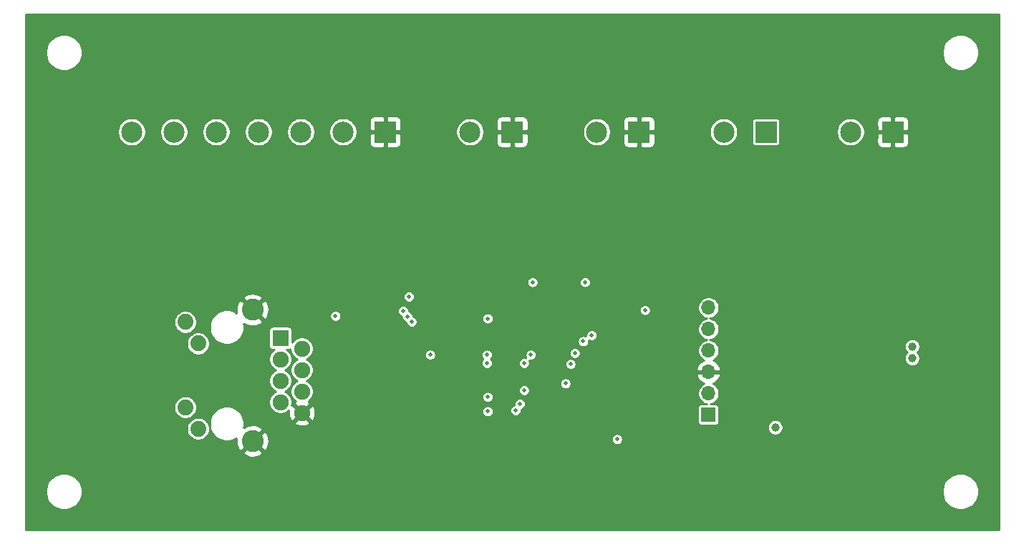
<source format=gbr>
G04 #@! TF.GenerationSoftware,KiCad,Pcbnew,5.1.5-52549c5~86~ubuntu18.04.1*
G04 #@! TF.CreationDate,2020-04-16T21:51:48+01:00*
G04 #@! TF.ProjectId,accesscontrol,61636365-7373-4636-9f6e-74726f6c2e6b,rev?*
G04 #@! TF.SameCoordinates,Original*
G04 #@! TF.FileFunction,Copper,L3,Inr*
G04 #@! TF.FilePolarity,Positive*
%FSLAX46Y46*%
G04 Gerber Fmt 4.6, Leading zero omitted, Abs format (unit mm)*
G04 Created by KiCad (PCBNEW 5.1.5-52549c5~86~ubuntu18.04.1) date 2020-04-16 21:51:48*
%MOMM*%
%LPD*%
G04 APERTURE LIST*
%ADD10C,2.500000*%
%ADD11R,2.500000X2.500000*%
%ADD12R,1.900000X1.900000*%
%ADD13C,1.900000*%
%ADD14C,1.890000*%
%ADD15C,2.600000*%
%ADD16O,1.700000X1.700000*%
%ADD17R,1.700000X1.700000*%
%ADD18C,0.500000*%
%ADD19C,0.800000*%
%ADD20C,1.000000*%
%ADD21C,0.254000*%
G04 APERTURE END LIST*
D10*
X158000000Y-71400000D03*
D11*
X163000000Y-71400000D03*
D10*
X128000000Y-71400000D03*
D11*
X133000000Y-71400000D03*
D10*
X113000000Y-71400000D03*
D11*
X118000000Y-71400000D03*
D10*
X73000000Y-71400000D03*
X78000000Y-71400000D03*
X83000000Y-71400000D03*
X88000000Y-71400000D03*
X93000000Y-71400000D03*
X98000000Y-71400000D03*
D11*
X103000000Y-71400000D03*
D10*
X143000000Y-71400000D03*
D11*
X148000000Y-71400000D03*
D12*
X90600000Y-95800000D03*
D13*
X93140000Y-97070000D03*
X90600000Y-98340000D03*
X93140000Y-99610000D03*
X90600000Y-100880000D03*
X93140000Y-102150000D03*
X90600000Y-103420000D03*
X93140000Y-104690000D03*
D14*
X80880000Y-106570000D03*
X79360000Y-104030000D03*
X80880000Y-96460000D03*
X79360000Y-93920000D03*
D15*
X87310000Y-92470000D03*
X87310000Y-108020000D03*
D16*
X141200000Y-92200000D03*
X141200000Y-94740000D03*
X141200000Y-97280000D03*
X141200000Y-99820000D03*
X141200000Y-102360000D03*
D17*
X141200000Y-104900000D03*
D18*
X137800000Y-92500000D03*
D19*
X88400000Y-99200000D03*
D18*
X104500000Y-93800000D03*
X118300000Y-93000000D03*
X111100000Y-93500000D03*
X111100000Y-104500000D03*
X130500000Y-93000000D03*
X120900000Y-92400000D03*
X129900000Y-104600000D03*
X125900000Y-92400000D03*
X130500000Y-95500000D03*
X130400000Y-111800000D03*
X101900000Y-90000000D03*
X101287500Y-101612500D03*
X106112500Y-103187500D03*
X98500000Y-93200000D03*
X128500000Y-111800000D03*
X111100000Y-102600000D03*
X111200000Y-95000000D03*
X119400000Y-111800000D03*
X108900000Y-104700000D03*
X122600000Y-86400000D03*
X128000000Y-86400000D03*
D20*
X147900000Y-89900000D03*
X147900000Y-88400000D03*
X146400000Y-89900000D03*
D18*
X133800000Y-85000000D03*
D20*
X156300000Y-88400000D03*
X156300000Y-92000000D03*
X153000000Y-98800000D03*
X165400000Y-88800000D03*
X165400000Y-90300000D03*
X165400000Y-91800000D03*
X163900000Y-88800000D03*
X162400000Y-88800000D03*
X163600000Y-106400000D03*
X147200000Y-109700000D03*
X145700000Y-97200000D03*
D18*
X118900000Y-86400000D03*
D20*
X149100000Y-106400000D03*
X165300000Y-96800000D03*
X165300000Y-98200000D03*
D18*
X115100000Y-93500000D03*
X115100000Y-104500000D03*
X133700000Y-92500000D03*
X97100000Y-93200000D03*
X130400000Y-107800000D03*
X120400000Y-89200000D03*
X126600000Y-89200000D03*
X108300000Y-97800000D03*
X105800000Y-90900000D03*
X119400000Y-102000000D03*
X124300000Y-101200000D03*
X124900000Y-98900000D03*
X125400000Y-97600000D03*
X126400000Y-96200000D03*
X127400000Y-95500000D03*
X105100000Y-92600000D03*
X118900000Y-103600000D03*
X105600000Y-93300000D03*
X118400000Y-104400000D03*
X106100000Y-93900000D03*
X115100000Y-102800000D03*
X115000000Y-98800000D03*
X119400000Y-98800000D03*
X115000000Y-97800000D03*
X120200000Y-97800000D03*
D21*
G36*
X175548001Y-118548000D02*
G01*
X60452000Y-118548000D01*
X60452000Y-113785584D01*
X62823000Y-113785584D01*
X62823000Y-114214416D01*
X62906660Y-114635008D01*
X63070767Y-115031196D01*
X63309013Y-115387757D01*
X63612243Y-115690987D01*
X63968804Y-115929233D01*
X64364992Y-116093340D01*
X64785584Y-116177000D01*
X65214416Y-116177000D01*
X65635008Y-116093340D01*
X66031196Y-115929233D01*
X66387757Y-115690987D01*
X66690987Y-115387757D01*
X66929233Y-115031196D01*
X67093340Y-114635008D01*
X67177000Y-114214416D01*
X67177000Y-113785584D01*
X168823000Y-113785584D01*
X168823000Y-114214416D01*
X168906660Y-114635008D01*
X169070767Y-115031196D01*
X169309013Y-115387757D01*
X169612243Y-115690987D01*
X169968804Y-115929233D01*
X170364992Y-116093340D01*
X170785584Y-116177000D01*
X171214416Y-116177000D01*
X171635008Y-116093340D01*
X172031196Y-115929233D01*
X172387757Y-115690987D01*
X172690987Y-115387757D01*
X172929233Y-115031196D01*
X173093340Y-114635008D01*
X173177000Y-114214416D01*
X173177000Y-113785584D01*
X173093340Y-113364992D01*
X172929233Y-112968804D01*
X172690987Y-112612243D01*
X172387757Y-112309013D01*
X172031196Y-112070767D01*
X171635008Y-111906660D01*
X171214416Y-111823000D01*
X170785584Y-111823000D01*
X170364992Y-111906660D01*
X169968804Y-112070767D01*
X169612243Y-112309013D01*
X169309013Y-112612243D01*
X169070767Y-112968804D01*
X168906660Y-113364992D01*
X168823000Y-113785584D01*
X67177000Y-113785584D01*
X67093340Y-113364992D01*
X66929233Y-112968804D01*
X66690987Y-112612243D01*
X66387757Y-112309013D01*
X66031196Y-112070767D01*
X65635008Y-111906660D01*
X65214416Y-111823000D01*
X64785584Y-111823000D01*
X64364992Y-111906660D01*
X63968804Y-112070767D01*
X63612243Y-112309013D01*
X63309013Y-112612243D01*
X63070767Y-112968804D01*
X62906660Y-113364992D01*
X62823000Y-113785584D01*
X60452000Y-113785584D01*
X60452000Y-109369224D01*
X86140381Y-109369224D01*
X86272317Y-109664312D01*
X86613045Y-109835159D01*
X86980557Y-109936250D01*
X87360729Y-109963701D01*
X87738951Y-109916457D01*
X88100690Y-109796333D01*
X88347683Y-109664312D01*
X88479619Y-109369224D01*
X87310000Y-108199605D01*
X86140381Y-109369224D01*
X60452000Y-109369224D01*
X60452000Y-106434870D01*
X79508000Y-106434870D01*
X79508000Y-106705130D01*
X79560725Y-106970198D01*
X79664149Y-107219886D01*
X79814298Y-107444599D01*
X80005401Y-107635702D01*
X80230114Y-107785851D01*
X80479802Y-107889275D01*
X80744870Y-107942000D01*
X81015130Y-107942000D01*
X81280198Y-107889275D01*
X81529886Y-107785851D01*
X81754599Y-107635702D01*
X81945702Y-107444599D01*
X82095851Y-107219886D01*
X82199275Y-106970198D01*
X82252000Y-106705130D01*
X82252000Y-106434870D01*
X82199275Y-106169802D01*
X82095851Y-105920114D01*
X81987460Y-105757896D01*
X82208000Y-105757896D01*
X82208000Y-106162104D01*
X82286857Y-106558546D01*
X82441541Y-106931987D01*
X82666107Y-107268074D01*
X82951926Y-107553893D01*
X83288013Y-107778459D01*
X83661454Y-107933143D01*
X84057896Y-108012000D01*
X84462104Y-108012000D01*
X84858546Y-107933143D01*
X85231987Y-107778459D01*
X85400552Y-107665827D01*
X85393750Y-107690557D01*
X85366299Y-108070729D01*
X85413543Y-108448951D01*
X85533667Y-108810690D01*
X85665688Y-109057683D01*
X85960776Y-109189619D01*
X87130395Y-108020000D01*
X87489605Y-108020000D01*
X88659224Y-109189619D01*
X88954312Y-109057683D01*
X89125159Y-108716955D01*
X89226250Y-108349443D01*
X89253701Y-107969271D01*
X89224229Y-107733321D01*
X129723000Y-107733321D01*
X129723000Y-107866679D01*
X129749016Y-107997474D01*
X129800050Y-108120680D01*
X129874140Y-108231563D01*
X129968437Y-108325860D01*
X130079320Y-108399950D01*
X130202526Y-108450984D01*
X130333321Y-108477000D01*
X130466679Y-108477000D01*
X130597474Y-108450984D01*
X130720680Y-108399950D01*
X130831563Y-108325860D01*
X130925860Y-108231563D01*
X130999950Y-108120680D01*
X131050984Y-107997474D01*
X131077000Y-107866679D01*
X131077000Y-107733321D01*
X131050984Y-107602526D01*
X130999950Y-107479320D01*
X130925860Y-107368437D01*
X130831563Y-107274140D01*
X130720680Y-107200050D01*
X130597474Y-107149016D01*
X130466679Y-107123000D01*
X130333321Y-107123000D01*
X130202526Y-107149016D01*
X130079320Y-107200050D01*
X129968437Y-107274140D01*
X129874140Y-107368437D01*
X129800050Y-107479320D01*
X129749016Y-107602526D01*
X129723000Y-107733321D01*
X89224229Y-107733321D01*
X89206457Y-107591049D01*
X89086333Y-107229310D01*
X88954312Y-106982317D01*
X88659224Y-106850381D01*
X87489605Y-108020000D01*
X87130395Y-108020000D01*
X87116253Y-108005858D01*
X87295858Y-107826253D01*
X87310000Y-107840395D01*
X88479619Y-106670776D01*
X88347683Y-106375688D01*
X88214084Y-106308699D01*
X148173000Y-106308699D01*
X148173000Y-106491301D01*
X148208624Y-106670396D01*
X148278504Y-106839099D01*
X148379952Y-106990928D01*
X148509072Y-107120048D01*
X148660901Y-107221496D01*
X148829604Y-107291376D01*
X149008699Y-107327000D01*
X149191301Y-107327000D01*
X149370396Y-107291376D01*
X149539099Y-107221496D01*
X149690928Y-107120048D01*
X149820048Y-106990928D01*
X149921496Y-106839099D01*
X149991376Y-106670396D01*
X150027000Y-106491301D01*
X150027000Y-106308699D01*
X149991376Y-106129604D01*
X149921496Y-105960901D01*
X149820048Y-105809072D01*
X149690928Y-105679952D01*
X149539099Y-105578504D01*
X149370396Y-105508624D01*
X149191301Y-105473000D01*
X149008699Y-105473000D01*
X148829604Y-105508624D01*
X148660901Y-105578504D01*
X148509072Y-105679952D01*
X148379952Y-105809072D01*
X148278504Y-105960901D01*
X148208624Y-106129604D01*
X148173000Y-106308699D01*
X88214084Y-106308699D01*
X88006955Y-106204841D01*
X87639443Y-106103750D01*
X87259271Y-106076299D01*
X86881049Y-106123543D01*
X86519310Y-106243667D01*
X86272317Y-106375688D01*
X86267271Y-106386975D01*
X86312000Y-106162104D01*
X86312000Y-105789752D01*
X92219853Y-105789752D01*
X92309579Y-106049042D01*
X92590671Y-106184935D01*
X92892873Y-106263379D01*
X93204573Y-106281359D01*
X93513791Y-106238184D01*
X93808644Y-106135513D01*
X93970421Y-106049042D01*
X94060147Y-105789752D01*
X93140000Y-104869605D01*
X92219853Y-105789752D01*
X86312000Y-105789752D01*
X86312000Y-105757896D01*
X86233143Y-105361454D01*
X86078459Y-104988013D01*
X85853893Y-104651926D01*
X85568074Y-104366107D01*
X85231987Y-104141541D01*
X84858546Y-103986857D01*
X84462104Y-103908000D01*
X84057896Y-103908000D01*
X83661454Y-103986857D01*
X83288013Y-104141541D01*
X82951926Y-104366107D01*
X82666107Y-104651926D01*
X82441541Y-104988013D01*
X82286857Y-105361454D01*
X82208000Y-105757896D01*
X81987460Y-105757896D01*
X81945702Y-105695401D01*
X81754599Y-105504298D01*
X81529886Y-105354149D01*
X81280198Y-105250725D01*
X81015130Y-105198000D01*
X80744870Y-105198000D01*
X80479802Y-105250725D01*
X80230114Y-105354149D01*
X80005401Y-105504298D01*
X79814298Y-105695401D01*
X79664149Y-105920114D01*
X79560725Y-106169802D01*
X79508000Y-106434870D01*
X60452000Y-106434870D01*
X60452000Y-103894870D01*
X77988000Y-103894870D01*
X77988000Y-104165130D01*
X78040725Y-104430198D01*
X78144149Y-104679886D01*
X78294298Y-104904599D01*
X78485401Y-105095702D01*
X78710114Y-105245851D01*
X78959802Y-105349275D01*
X79224870Y-105402000D01*
X79495130Y-105402000D01*
X79760198Y-105349275D01*
X80009886Y-105245851D01*
X80234599Y-105095702D01*
X80425702Y-104904599D01*
X80575851Y-104679886D01*
X80679275Y-104430198D01*
X80732000Y-104165130D01*
X80732000Y-103894870D01*
X80679275Y-103629802D01*
X80575851Y-103380114D01*
X80425702Y-103155401D01*
X80234599Y-102964298D01*
X80009886Y-102814149D01*
X79760198Y-102710725D01*
X79495130Y-102658000D01*
X79224870Y-102658000D01*
X78959802Y-102710725D01*
X78710114Y-102814149D01*
X78485401Y-102964298D01*
X78294298Y-103155401D01*
X78144149Y-103380114D01*
X78040725Y-103629802D01*
X77988000Y-103894870D01*
X60452000Y-103894870D01*
X60452000Y-96324870D01*
X79508000Y-96324870D01*
X79508000Y-96595130D01*
X79560725Y-96860198D01*
X79664149Y-97109886D01*
X79814298Y-97334599D01*
X80005401Y-97525702D01*
X80230114Y-97675851D01*
X80479802Y-97779275D01*
X80744870Y-97832000D01*
X81015130Y-97832000D01*
X81280198Y-97779275D01*
X81529886Y-97675851D01*
X81754599Y-97525702D01*
X81945702Y-97334599D01*
X82095851Y-97109886D01*
X82199275Y-96860198D01*
X82252000Y-96595130D01*
X82252000Y-96324870D01*
X82199275Y-96059802D01*
X82095851Y-95810114D01*
X81945702Y-95585401D01*
X81754599Y-95394298D01*
X81529886Y-95244149D01*
X81280198Y-95140725D01*
X81015130Y-95088000D01*
X80744870Y-95088000D01*
X80479802Y-95140725D01*
X80230114Y-95244149D01*
X80005401Y-95394298D01*
X79814298Y-95585401D01*
X79664149Y-95810114D01*
X79560725Y-96059802D01*
X79508000Y-96324870D01*
X60452000Y-96324870D01*
X60452000Y-93784870D01*
X77988000Y-93784870D01*
X77988000Y-94055130D01*
X78040725Y-94320198D01*
X78144149Y-94569886D01*
X78294298Y-94794599D01*
X78485401Y-94985702D01*
X78710114Y-95135851D01*
X78959802Y-95239275D01*
X79224870Y-95292000D01*
X79495130Y-95292000D01*
X79760198Y-95239275D01*
X80009886Y-95135851D01*
X80234599Y-94985702D01*
X80425702Y-94794599D01*
X80575851Y-94569886D01*
X80676086Y-94327896D01*
X82208000Y-94327896D01*
X82208000Y-94732104D01*
X82286857Y-95128546D01*
X82441541Y-95501987D01*
X82666107Y-95838074D01*
X82951926Y-96123893D01*
X83288013Y-96348459D01*
X83661454Y-96503143D01*
X84057896Y-96582000D01*
X84462104Y-96582000D01*
X84858546Y-96503143D01*
X85231987Y-96348459D01*
X85568074Y-96123893D01*
X85853893Y-95838074D01*
X86078459Y-95501987D01*
X86233143Y-95128546D01*
X86288549Y-94850000D01*
X89220934Y-94850000D01*
X89220934Y-96750000D01*
X89229178Y-96833707D01*
X89253595Y-96914196D01*
X89293245Y-96988376D01*
X89346605Y-97053395D01*
X89411624Y-97106755D01*
X89485804Y-97146405D01*
X89566293Y-97170822D01*
X89650000Y-97179066D01*
X89858925Y-97179066D01*
X89722213Y-97270414D01*
X89530414Y-97462213D01*
X89379718Y-97687746D01*
X89275917Y-97938344D01*
X89223000Y-98204377D01*
X89223000Y-98475623D01*
X89275917Y-98741656D01*
X89379718Y-98992254D01*
X89530414Y-99217787D01*
X89722213Y-99409586D01*
X89947746Y-99560282D01*
X90067776Y-99610000D01*
X89947746Y-99659718D01*
X89722213Y-99810414D01*
X89530414Y-100002213D01*
X89379718Y-100227746D01*
X89275917Y-100478344D01*
X89223000Y-100744377D01*
X89223000Y-101015623D01*
X89275917Y-101281656D01*
X89379718Y-101532254D01*
X89530414Y-101757787D01*
X89722213Y-101949586D01*
X89947746Y-102100282D01*
X90067776Y-102150000D01*
X89947746Y-102199718D01*
X89722213Y-102350414D01*
X89530414Y-102542213D01*
X89379718Y-102767746D01*
X89275917Y-103018344D01*
X89223000Y-103284377D01*
X89223000Y-103555623D01*
X89275917Y-103821656D01*
X89379718Y-104072254D01*
X89530414Y-104297787D01*
X89722213Y-104489586D01*
X89947746Y-104640282D01*
X90198344Y-104744083D01*
X90464377Y-104797000D01*
X90735623Y-104797000D01*
X91001656Y-104744083D01*
X91252254Y-104640282D01*
X91477787Y-104489586D01*
X91581388Y-104385985D01*
X91566621Y-104442873D01*
X91548641Y-104754573D01*
X91591816Y-105063791D01*
X91694487Y-105358644D01*
X91780958Y-105520421D01*
X92040248Y-105610147D01*
X92960395Y-104690000D01*
X93319605Y-104690000D01*
X94239752Y-105610147D01*
X94499042Y-105520421D01*
X94634935Y-105239329D01*
X94713379Y-104937127D01*
X94731359Y-104625427D01*
X94704536Y-104433321D01*
X114423000Y-104433321D01*
X114423000Y-104566679D01*
X114449016Y-104697474D01*
X114500050Y-104820680D01*
X114574140Y-104931563D01*
X114668437Y-105025860D01*
X114779320Y-105099950D01*
X114902526Y-105150984D01*
X115033321Y-105177000D01*
X115166679Y-105177000D01*
X115297474Y-105150984D01*
X115420680Y-105099950D01*
X115531563Y-105025860D01*
X115625860Y-104931563D01*
X115699950Y-104820680D01*
X115750984Y-104697474D01*
X115777000Y-104566679D01*
X115777000Y-104433321D01*
X115757110Y-104333321D01*
X117723000Y-104333321D01*
X117723000Y-104466679D01*
X117749016Y-104597474D01*
X117800050Y-104720680D01*
X117874140Y-104831563D01*
X117968437Y-104925860D01*
X118079320Y-104999950D01*
X118202526Y-105050984D01*
X118333321Y-105077000D01*
X118466679Y-105077000D01*
X118597474Y-105050984D01*
X118720680Y-104999950D01*
X118831563Y-104925860D01*
X118925860Y-104831563D01*
X118999950Y-104720680D01*
X119050984Y-104597474D01*
X119077000Y-104466679D01*
X119077000Y-104333321D01*
X119062025Y-104258035D01*
X119097474Y-104250984D01*
X119220680Y-104199950D01*
X119331563Y-104125860D01*
X119425860Y-104031563D01*
X119499950Y-103920680D01*
X119550984Y-103797474D01*
X119577000Y-103666679D01*
X119577000Y-103533321D01*
X119550984Y-103402526D01*
X119499950Y-103279320D01*
X119425860Y-103168437D01*
X119331563Y-103074140D01*
X119220680Y-103000050D01*
X119097474Y-102949016D01*
X118966679Y-102923000D01*
X118833321Y-102923000D01*
X118702526Y-102949016D01*
X118579320Y-103000050D01*
X118468437Y-103074140D01*
X118374140Y-103168437D01*
X118300050Y-103279320D01*
X118249016Y-103402526D01*
X118223000Y-103533321D01*
X118223000Y-103666679D01*
X118237975Y-103741965D01*
X118202526Y-103749016D01*
X118079320Y-103800050D01*
X117968437Y-103874140D01*
X117874140Y-103968437D01*
X117800050Y-104079320D01*
X117749016Y-104202526D01*
X117723000Y-104333321D01*
X115757110Y-104333321D01*
X115750984Y-104302526D01*
X115699950Y-104179320D01*
X115625860Y-104068437D01*
X115531563Y-103974140D01*
X115420680Y-103900050D01*
X115297474Y-103849016D01*
X115166679Y-103823000D01*
X115033321Y-103823000D01*
X114902526Y-103849016D01*
X114779320Y-103900050D01*
X114668437Y-103974140D01*
X114574140Y-104068437D01*
X114500050Y-104179320D01*
X114449016Y-104302526D01*
X114423000Y-104433321D01*
X94704536Y-104433321D01*
X94688184Y-104316209D01*
X94585513Y-104021356D01*
X94499042Y-103859579D01*
X94239752Y-103769853D01*
X93319605Y-104690000D01*
X92960395Y-104690000D01*
X92040248Y-103769853D01*
X91926562Y-103809193D01*
X91977000Y-103555623D01*
X91977000Y-103284377D01*
X91924083Y-103018344D01*
X91820282Y-102767746D01*
X91669586Y-102542213D01*
X91477787Y-102350414D01*
X91252254Y-102199718D01*
X91132224Y-102150000D01*
X91252254Y-102100282D01*
X91477787Y-101949586D01*
X91669586Y-101757787D01*
X91820282Y-101532254D01*
X91924083Y-101281656D01*
X91977000Y-101015623D01*
X91977000Y-100744377D01*
X91924083Y-100478344D01*
X91820282Y-100227746D01*
X91669586Y-100002213D01*
X91477787Y-99810414D01*
X91252254Y-99659718D01*
X91132224Y-99610000D01*
X91252254Y-99560282D01*
X91477787Y-99409586D01*
X91669586Y-99217787D01*
X91820282Y-98992254D01*
X91924083Y-98741656D01*
X91977000Y-98475623D01*
X91977000Y-98204377D01*
X91924083Y-97938344D01*
X91820282Y-97687746D01*
X91669586Y-97462213D01*
X91477787Y-97270414D01*
X91341075Y-97179066D01*
X91550000Y-97179066D01*
X91633707Y-97170822D01*
X91714196Y-97146405D01*
X91763000Y-97120319D01*
X91763000Y-97205623D01*
X91815917Y-97471656D01*
X91919718Y-97722254D01*
X92070414Y-97947787D01*
X92262213Y-98139586D01*
X92487746Y-98290282D01*
X92607776Y-98340000D01*
X92487746Y-98389718D01*
X92262213Y-98540414D01*
X92070414Y-98732213D01*
X91919718Y-98957746D01*
X91815917Y-99208344D01*
X91763000Y-99474377D01*
X91763000Y-99745623D01*
X91815917Y-100011656D01*
X91919718Y-100262254D01*
X92070414Y-100487787D01*
X92262213Y-100679586D01*
X92487746Y-100830282D01*
X92607776Y-100880000D01*
X92487746Y-100929718D01*
X92262213Y-101080414D01*
X92070414Y-101272213D01*
X91919718Y-101497746D01*
X91815917Y-101748344D01*
X91763000Y-102014377D01*
X91763000Y-102285623D01*
X91815917Y-102551656D01*
X91919718Y-102802254D01*
X92070414Y-103027787D01*
X92262213Y-103219586D01*
X92375867Y-103295527D01*
X92309579Y-103330958D01*
X92219853Y-103590248D01*
X93140000Y-104510395D01*
X94060147Y-103590248D01*
X93970421Y-103330958D01*
X93901194Y-103297491D01*
X94017787Y-103219586D01*
X94209586Y-103027787D01*
X94360282Y-102802254D01*
X94388834Y-102733321D01*
X114423000Y-102733321D01*
X114423000Y-102866679D01*
X114449016Y-102997474D01*
X114500050Y-103120680D01*
X114574140Y-103231563D01*
X114668437Y-103325860D01*
X114779320Y-103399950D01*
X114902526Y-103450984D01*
X115033321Y-103477000D01*
X115166679Y-103477000D01*
X115297474Y-103450984D01*
X115420680Y-103399950D01*
X115531563Y-103325860D01*
X115625860Y-103231563D01*
X115699950Y-103120680D01*
X115750984Y-102997474D01*
X115777000Y-102866679D01*
X115777000Y-102733321D01*
X115750984Y-102602526D01*
X115699950Y-102479320D01*
X115625860Y-102368437D01*
X115531563Y-102274140D01*
X115420680Y-102200050D01*
X115297474Y-102149016D01*
X115166679Y-102123000D01*
X115033321Y-102123000D01*
X114902526Y-102149016D01*
X114779320Y-102200050D01*
X114668437Y-102274140D01*
X114574140Y-102368437D01*
X114500050Y-102479320D01*
X114449016Y-102602526D01*
X114423000Y-102733321D01*
X94388834Y-102733321D01*
X94464083Y-102551656D01*
X94517000Y-102285623D01*
X94517000Y-102014377D01*
X94500878Y-101933321D01*
X118723000Y-101933321D01*
X118723000Y-102066679D01*
X118749016Y-102197474D01*
X118800050Y-102320680D01*
X118874140Y-102431563D01*
X118968437Y-102525860D01*
X119079320Y-102599950D01*
X119202526Y-102650984D01*
X119333321Y-102677000D01*
X119466679Y-102677000D01*
X119597474Y-102650984D01*
X119720680Y-102599950D01*
X119831563Y-102525860D01*
X119925860Y-102431563D01*
X119999950Y-102320680D01*
X120050984Y-102197474D01*
X120077000Y-102066679D01*
X120077000Y-101933321D01*
X120050984Y-101802526D01*
X119999950Y-101679320D01*
X119925860Y-101568437D01*
X119831563Y-101474140D01*
X119720680Y-101400050D01*
X119597474Y-101349016D01*
X119466679Y-101323000D01*
X119333321Y-101323000D01*
X119202526Y-101349016D01*
X119079320Y-101400050D01*
X118968437Y-101474140D01*
X118874140Y-101568437D01*
X118800050Y-101679320D01*
X118749016Y-101802526D01*
X118723000Y-101933321D01*
X94500878Y-101933321D01*
X94464083Y-101748344D01*
X94360282Y-101497746D01*
X94209586Y-101272213D01*
X94070694Y-101133321D01*
X123623000Y-101133321D01*
X123623000Y-101266679D01*
X123649016Y-101397474D01*
X123700050Y-101520680D01*
X123774140Y-101631563D01*
X123868437Y-101725860D01*
X123979320Y-101799950D01*
X124102526Y-101850984D01*
X124233321Y-101877000D01*
X124366679Y-101877000D01*
X124497474Y-101850984D01*
X124620680Y-101799950D01*
X124731563Y-101725860D01*
X124825860Y-101631563D01*
X124899950Y-101520680D01*
X124950984Y-101397474D01*
X124977000Y-101266679D01*
X124977000Y-101133321D01*
X124950984Y-101002526D01*
X124899950Y-100879320D01*
X124825860Y-100768437D01*
X124731563Y-100674140D01*
X124620680Y-100600050D01*
X124497474Y-100549016D01*
X124366679Y-100523000D01*
X124233321Y-100523000D01*
X124102526Y-100549016D01*
X123979320Y-100600050D01*
X123868437Y-100674140D01*
X123774140Y-100768437D01*
X123700050Y-100879320D01*
X123649016Y-101002526D01*
X123623000Y-101133321D01*
X94070694Y-101133321D01*
X94017787Y-101080414D01*
X93792254Y-100929718D01*
X93672224Y-100880000D01*
X93792254Y-100830282D01*
X94017787Y-100679586D01*
X94209586Y-100487787D01*
X94360282Y-100262254D01*
X94395640Y-100176890D01*
X139758524Y-100176890D01*
X139803175Y-100324099D01*
X139928359Y-100586920D01*
X140102412Y-100820269D01*
X140318645Y-101015178D01*
X140568748Y-101164157D01*
X140666416Y-101198803D01*
X140595114Y-101228337D01*
X140385960Y-101368089D01*
X140208089Y-101545960D01*
X140068337Y-101755114D01*
X139972074Y-101987513D01*
X139923000Y-102234226D01*
X139923000Y-102485774D01*
X139972074Y-102732487D01*
X140068337Y-102964886D01*
X140208089Y-103174040D01*
X140385960Y-103351911D01*
X140595114Y-103491663D01*
X140827513Y-103587926D01*
X140993456Y-103620934D01*
X140350000Y-103620934D01*
X140266293Y-103629178D01*
X140185804Y-103653595D01*
X140111624Y-103693245D01*
X140046605Y-103746605D01*
X139993245Y-103811624D01*
X139953595Y-103885804D01*
X139929178Y-103966293D01*
X139920934Y-104050000D01*
X139920934Y-105750000D01*
X139929178Y-105833707D01*
X139953595Y-105914196D01*
X139993245Y-105988376D01*
X140046605Y-106053395D01*
X140111624Y-106106755D01*
X140185804Y-106146405D01*
X140266293Y-106170822D01*
X140350000Y-106179066D01*
X142050000Y-106179066D01*
X142133707Y-106170822D01*
X142214196Y-106146405D01*
X142288376Y-106106755D01*
X142353395Y-106053395D01*
X142406755Y-105988376D01*
X142446405Y-105914196D01*
X142470822Y-105833707D01*
X142479066Y-105750000D01*
X142479066Y-104050000D01*
X142470822Y-103966293D01*
X142446405Y-103885804D01*
X142406755Y-103811624D01*
X142353395Y-103746605D01*
X142288376Y-103693245D01*
X142214196Y-103653595D01*
X142133707Y-103629178D01*
X142050000Y-103620934D01*
X141406544Y-103620934D01*
X141572487Y-103587926D01*
X141804886Y-103491663D01*
X142014040Y-103351911D01*
X142191911Y-103174040D01*
X142331663Y-102964886D01*
X142427926Y-102732487D01*
X142477000Y-102485774D01*
X142477000Y-102234226D01*
X142427926Y-101987513D01*
X142331663Y-101755114D01*
X142191911Y-101545960D01*
X142014040Y-101368089D01*
X141804886Y-101228337D01*
X141733584Y-101198803D01*
X141831252Y-101164157D01*
X142081355Y-101015178D01*
X142297588Y-100820269D01*
X142471641Y-100586920D01*
X142596825Y-100324099D01*
X142641476Y-100176890D01*
X142520155Y-99947000D01*
X141327000Y-99947000D01*
X141327000Y-99967000D01*
X141073000Y-99967000D01*
X141073000Y-99947000D01*
X139879845Y-99947000D01*
X139758524Y-100176890D01*
X94395640Y-100176890D01*
X94464083Y-100011656D01*
X94517000Y-99745623D01*
X94517000Y-99474377D01*
X94464083Y-99208344D01*
X94360282Y-98957746D01*
X94209586Y-98732213D01*
X94017787Y-98540414D01*
X93792254Y-98389718D01*
X93672224Y-98340000D01*
X93792254Y-98290282D01*
X94017787Y-98139586D01*
X94209586Y-97947787D01*
X94352887Y-97733321D01*
X107623000Y-97733321D01*
X107623000Y-97866679D01*
X107649016Y-97997474D01*
X107700050Y-98120680D01*
X107774140Y-98231563D01*
X107868437Y-98325860D01*
X107979320Y-98399950D01*
X108102526Y-98450984D01*
X108233321Y-98477000D01*
X108366679Y-98477000D01*
X108497474Y-98450984D01*
X108620680Y-98399950D01*
X108731563Y-98325860D01*
X108825860Y-98231563D01*
X108899950Y-98120680D01*
X108950984Y-97997474D01*
X108977000Y-97866679D01*
X108977000Y-97733321D01*
X114323000Y-97733321D01*
X114323000Y-97866679D01*
X114349016Y-97997474D01*
X114400050Y-98120680D01*
X114474140Y-98231563D01*
X114542577Y-98300000D01*
X114474140Y-98368437D01*
X114400050Y-98479320D01*
X114349016Y-98602526D01*
X114323000Y-98733321D01*
X114323000Y-98866679D01*
X114349016Y-98997474D01*
X114400050Y-99120680D01*
X114474140Y-99231563D01*
X114568437Y-99325860D01*
X114679320Y-99399950D01*
X114802526Y-99450984D01*
X114933321Y-99477000D01*
X115066679Y-99477000D01*
X115197474Y-99450984D01*
X115320680Y-99399950D01*
X115431563Y-99325860D01*
X115525860Y-99231563D01*
X115599950Y-99120680D01*
X115650984Y-98997474D01*
X115677000Y-98866679D01*
X115677000Y-98733321D01*
X118723000Y-98733321D01*
X118723000Y-98866679D01*
X118749016Y-98997474D01*
X118800050Y-99120680D01*
X118874140Y-99231563D01*
X118968437Y-99325860D01*
X119079320Y-99399950D01*
X119202526Y-99450984D01*
X119333321Y-99477000D01*
X119466679Y-99477000D01*
X119597474Y-99450984D01*
X119720680Y-99399950D01*
X119831563Y-99325860D01*
X119925860Y-99231563D01*
X119999950Y-99120680D01*
X120050984Y-98997474D01*
X120077000Y-98866679D01*
X120077000Y-98833321D01*
X124223000Y-98833321D01*
X124223000Y-98966679D01*
X124249016Y-99097474D01*
X124300050Y-99220680D01*
X124374140Y-99331563D01*
X124468437Y-99425860D01*
X124579320Y-99499950D01*
X124702526Y-99550984D01*
X124833321Y-99577000D01*
X124966679Y-99577000D01*
X125097474Y-99550984D01*
X125220680Y-99499950D01*
X125275814Y-99463110D01*
X139758524Y-99463110D01*
X139879845Y-99693000D01*
X141073000Y-99693000D01*
X141073000Y-99673000D01*
X141327000Y-99673000D01*
X141327000Y-99693000D01*
X142520155Y-99693000D01*
X142641476Y-99463110D01*
X142596825Y-99315901D01*
X142471641Y-99053080D01*
X142297588Y-98819731D01*
X142081355Y-98624822D01*
X141831252Y-98475843D01*
X141733584Y-98441197D01*
X141804886Y-98411663D01*
X142014040Y-98271911D01*
X142191911Y-98094040D01*
X142331663Y-97884886D01*
X142427926Y-97652487D01*
X142477000Y-97405774D01*
X142477000Y-97154226D01*
X142427926Y-96907513D01*
X142345575Y-96708699D01*
X164373000Y-96708699D01*
X164373000Y-96891301D01*
X164408624Y-97070396D01*
X164478504Y-97239099D01*
X164579952Y-97390928D01*
X164689024Y-97500000D01*
X164579952Y-97609072D01*
X164478504Y-97760901D01*
X164408624Y-97929604D01*
X164373000Y-98108699D01*
X164373000Y-98291301D01*
X164408624Y-98470396D01*
X164478504Y-98639099D01*
X164579952Y-98790928D01*
X164709072Y-98920048D01*
X164860901Y-99021496D01*
X165029604Y-99091376D01*
X165208699Y-99127000D01*
X165391301Y-99127000D01*
X165570396Y-99091376D01*
X165739099Y-99021496D01*
X165890928Y-98920048D01*
X166020048Y-98790928D01*
X166121496Y-98639099D01*
X166191376Y-98470396D01*
X166227000Y-98291301D01*
X166227000Y-98108699D01*
X166191376Y-97929604D01*
X166121496Y-97760901D01*
X166020048Y-97609072D01*
X165910976Y-97500000D01*
X166020048Y-97390928D01*
X166121496Y-97239099D01*
X166191376Y-97070396D01*
X166227000Y-96891301D01*
X166227000Y-96708699D01*
X166191376Y-96529604D01*
X166121496Y-96360901D01*
X166020048Y-96209072D01*
X165890928Y-96079952D01*
X165739099Y-95978504D01*
X165570396Y-95908624D01*
X165391301Y-95873000D01*
X165208699Y-95873000D01*
X165029604Y-95908624D01*
X164860901Y-95978504D01*
X164709072Y-96079952D01*
X164579952Y-96209072D01*
X164478504Y-96360901D01*
X164408624Y-96529604D01*
X164373000Y-96708699D01*
X142345575Y-96708699D01*
X142331663Y-96675114D01*
X142191911Y-96465960D01*
X142014040Y-96288089D01*
X141804886Y-96148337D01*
X141572487Y-96052074D01*
X141360966Y-96010000D01*
X141572487Y-95967926D01*
X141804886Y-95871663D01*
X142014040Y-95731911D01*
X142191911Y-95554040D01*
X142331663Y-95344886D01*
X142427926Y-95112487D01*
X142477000Y-94865774D01*
X142477000Y-94614226D01*
X142427926Y-94367513D01*
X142331663Y-94135114D01*
X142191911Y-93925960D01*
X142014040Y-93748089D01*
X141804886Y-93608337D01*
X141572487Y-93512074D01*
X141360966Y-93470000D01*
X141572487Y-93427926D01*
X141804886Y-93331663D01*
X142014040Y-93191911D01*
X142191911Y-93014040D01*
X142331663Y-92804886D01*
X142427926Y-92572487D01*
X142477000Y-92325774D01*
X142477000Y-92074226D01*
X142427926Y-91827513D01*
X142331663Y-91595114D01*
X142191911Y-91385960D01*
X142014040Y-91208089D01*
X141804886Y-91068337D01*
X141572487Y-90972074D01*
X141325774Y-90923000D01*
X141074226Y-90923000D01*
X140827513Y-90972074D01*
X140595114Y-91068337D01*
X140385960Y-91208089D01*
X140208089Y-91385960D01*
X140068337Y-91595114D01*
X139972074Y-91827513D01*
X139923000Y-92074226D01*
X139923000Y-92325774D01*
X139972074Y-92572487D01*
X140068337Y-92804886D01*
X140208089Y-93014040D01*
X140385960Y-93191911D01*
X140595114Y-93331663D01*
X140827513Y-93427926D01*
X141039034Y-93470000D01*
X140827513Y-93512074D01*
X140595114Y-93608337D01*
X140385960Y-93748089D01*
X140208089Y-93925960D01*
X140068337Y-94135114D01*
X139972074Y-94367513D01*
X139923000Y-94614226D01*
X139923000Y-94865774D01*
X139972074Y-95112487D01*
X140068337Y-95344886D01*
X140208089Y-95554040D01*
X140385960Y-95731911D01*
X140595114Y-95871663D01*
X140827513Y-95967926D01*
X141039034Y-96010000D01*
X140827513Y-96052074D01*
X140595114Y-96148337D01*
X140385960Y-96288089D01*
X140208089Y-96465960D01*
X140068337Y-96675114D01*
X139972074Y-96907513D01*
X139923000Y-97154226D01*
X139923000Y-97405774D01*
X139972074Y-97652487D01*
X140068337Y-97884886D01*
X140208089Y-98094040D01*
X140385960Y-98271911D01*
X140595114Y-98411663D01*
X140666416Y-98441197D01*
X140568748Y-98475843D01*
X140318645Y-98624822D01*
X140102412Y-98819731D01*
X139928359Y-99053080D01*
X139803175Y-99315901D01*
X139758524Y-99463110D01*
X125275814Y-99463110D01*
X125331563Y-99425860D01*
X125425860Y-99331563D01*
X125499950Y-99220680D01*
X125550984Y-99097474D01*
X125577000Y-98966679D01*
X125577000Y-98833321D01*
X125550984Y-98702526D01*
X125499950Y-98579320D01*
X125425860Y-98468437D01*
X125331563Y-98374140D01*
X125220680Y-98300050D01*
X125097474Y-98249016D01*
X124966679Y-98223000D01*
X124833321Y-98223000D01*
X124702526Y-98249016D01*
X124579320Y-98300050D01*
X124468437Y-98374140D01*
X124374140Y-98468437D01*
X124300050Y-98579320D01*
X124249016Y-98702526D01*
X124223000Y-98833321D01*
X120077000Y-98833321D01*
X120077000Y-98733321D01*
X120050984Y-98602526D01*
X119999950Y-98479320D01*
X119972785Y-98438665D01*
X120002526Y-98450984D01*
X120133321Y-98477000D01*
X120266679Y-98477000D01*
X120397474Y-98450984D01*
X120520680Y-98399950D01*
X120631563Y-98325860D01*
X120725860Y-98231563D01*
X120799950Y-98120680D01*
X120850984Y-97997474D01*
X120877000Y-97866679D01*
X120877000Y-97733321D01*
X120850984Y-97602526D01*
X120822319Y-97533321D01*
X124723000Y-97533321D01*
X124723000Y-97666679D01*
X124749016Y-97797474D01*
X124800050Y-97920680D01*
X124874140Y-98031563D01*
X124968437Y-98125860D01*
X125079320Y-98199950D01*
X125202526Y-98250984D01*
X125333321Y-98277000D01*
X125466679Y-98277000D01*
X125597474Y-98250984D01*
X125720680Y-98199950D01*
X125831563Y-98125860D01*
X125925860Y-98031563D01*
X125999950Y-97920680D01*
X126050984Y-97797474D01*
X126077000Y-97666679D01*
X126077000Y-97533321D01*
X126050984Y-97402526D01*
X125999950Y-97279320D01*
X125925860Y-97168437D01*
X125831563Y-97074140D01*
X125720680Y-97000050D01*
X125597474Y-96949016D01*
X125466679Y-96923000D01*
X125333321Y-96923000D01*
X125202526Y-96949016D01*
X125079320Y-97000050D01*
X124968437Y-97074140D01*
X124874140Y-97168437D01*
X124800050Y-97279320D01*
X124749016Y-97402526D01*
X124723000Y-97533321D01*
X120822319Y-97533321D01*
X120799950Y-97479320D01*
X120725860Y-97368437D01*
X120631563Y-97274140D01*
X120520680Y-97200050D01*
X120397474Y-97149016D01*
X120266679Y-97123000D01*
X120133321Y-97123000D01*
X120002526Y-97149016D01*
X119879320Y-97200050D01*
X119768437Y-97274140D01*
X119674140Y-97368437D01*
X119600050Y-97479320D01*
X119549016Y-97602526D01*
X119523000Y-97733321D01*
X119523000Y-97866679D01*
X119549016Y-97997474D01*
X119600050Y-98120680D01*
X119627215Y-98161335D01*
X119597474Y-98149016D01*
X119466679Y-98123000D01*
X119333321Y-98123000D01*
X119202526Y-98149016D01*
X119079320Y-98200050D01*
X118968437Y-98274140D01*
X118874140Y-98368437D01*
X118800050Y-98479320D01*
X118749016Y-98602526D01*
X118723000Y-98733321D01*
X115677000Y-98733321D01*
X115650984Y-98602526D01*
X115599950Y-98479320D01*
X115525860Y-98368437D01*
X115457423Y-98300000D01*
X115525860Y-98231563D01*
X115599950Y-98120680D01*
X115650984Y-97997474D01*
X115677000Y-97866679D01*
X115677000Y-97733321D01*
X115650984Y-97602526D01*
X115599950Y-97479320D01*
X115525860Y-97368437D01*
X115431563Y-97274140D01*
X115320680Y-97200050D01*
X115197474Y-97149016D01*
X115066679Y-97123000D01*
X114933321Y-97123000D01*
X114802526Y-97149016D01*
X114679320Y-97200050D01*
X114568437Y-97274140D01*
X114474140Y-97368437D01*
X114400050Y-97479320D01*
X114349016Y-97602526D01*
X114323000Y-97733321D01*
X108977000Y-97733321D01*
X108950984Y-97602526D01*
X108899950Y-97479320D01*
X108825860Y-97368437D01*
X108731563Y-97274140D01*
X108620680Y-97200050D01*
X108497474Y-97149016D01*
X108366679Y-97123000D01*
X108233321Y-97123000D01*
X108102526Y-97149016D01*
X107979320Y-97200050D01*
X107868437Y-97274140D01*
X107774140Y-97368437D01*
X107700050Y-97479320D01*
X107649016Y-97602526D01*
X107623000Y-97733321D01*
X94352887Y-97733321D01*
X94360282Y-97722254D01*
X94464083Y-97471656D01*
X94517000Y-97205623D01*
X94517000Y-96934377D01*
X94464083Y-96668344D01*
X94360282Y-96417746D01*
X94209586Y-96192213D01*
X94150694Y-96133321D01*
X125723000Y-96133321D01*
X125723000Y-96266679D01*
X125749016Y-96397474D01*
X125800050Y-96520680D01*
X125874140Y-96631563D01*
X125968437Y-96725860D01*
X126079320Y-96799950D01*
X126202526Y-96850984D01*
X126333321Y-96877000D01*
X126466679Y-96877000D01*
X126597474Y-96850984D01*
X126720680Y-96799950D01*
X126831563Y-96725860D01*
X126925860Y-96631563D01*
X126999950Y-96520680D01*
X127050984Y-96397474D01*
X127077000Y-96266679D01*
X127077000Y-96133321D01*
X127068989Y-96093047D01*
X127079320Y-96099950D01*
X127202526Y-96150984D01*
X127333321Y-96177000D01*
X127466679Y-96177000D01*
X127597474Y-96150984D01*
X127720680Y-96099950D01*
X127831563Y-96025860D01*
X127925860Y-95931563D01*
X127999950Y-95820680D01*
X128050984Y-95697474D01*
X128077000Y-95566679D01*
X128077000Y-95433321D01*
X128050984Y-95302526D01*
X127999950Y-95179320D01*
X127925860Y-95068437D01*
X127831563Y-94974140D01*
X127720680Y-94900050D01*
X127597474Y-94849016D01*
X127466679Y-94823000D01*
X127333321Y-94823000D01*
X127202526Y-94849016D01*
X127079320Y-94900050D01*
X126968437Y-94974140D01*
X126874140Y-95068437D01*
X126800050Y-95179320D01*
X126749016Y-95302526D01*
X126723000Y-95433321D01*
X126723000Y-95566679D01*
X126731011Y-95606953D01*
X126720680Y-95600050D01*
X126597474Y-95549016D01*
X126466679Y-95523000D01*
X126333321Y-95523000D01*
X126202526Y-95549016D01*
X126079320Y-95600050D01*
X125968437Y-95674140D01*
X125874140Y-95768437D01*
X125800050Y-95879320D01*
X125749016Y-96002526D01*
X125723000Y-96133321D01*
X94150694Y-96133321D01*
X94017787Y-96000414D01*
X93792254Y-95849718D01*
X93541656Y-95745917D01*
X93275623Y-95693000D01*
X93004377Y-95693000D01*
X92738344Y-95745917D01*
X92487746Y-95849718D01*
X92262213Y-96000414D01*
X92070414Y-96192213D01*
X91979066Y-96328925D01*
X91979066Y-94850000D01*
X91970822Y-94766293D01*
X91946405Y-94685804D01*
X91906755Y-94611624D01*
X91853395Y-94546605D01*
X91788376Y-94493245D01*
X91714196Y-94453595D01*
X91633707Y-94429178D01*
X91550000Y-94420934D01*
X89650000Y-94420934D01*
X89566293Y-94429178D01*
X89485804Y-94453595D01*
X89411624Y-94493245D01*
X89346605Y-94546605D01*
X89293245Y-94611624D01*
X89253595Y-94685804D01*
X89229178Y-94766293D01*
X89220934Y-94850000D01*
X86288549Y-94850000D01*
X86312000Y-94732104D01*
X86312000Y-94327896D01*
X86267271Y-94103025D01*
X86272317Y-94114312D01*
X86613045Y-94285159D01*
X86980557Y-94386250D01*
X87360729Y-94413701D01*
X87738951Y-94366457D01*
X88100690Y-94246333D01*
X88347683Y-94114312D01*
X88479619Y-93819224D01*
X87310000Y-92649605D01*
X87295858Y-92663748D01*
X87116253Y-92484143D01*
X87130395Y-92470000D01*
X87489605Y-92470000D01*
X88659224Y-93639619D01*
X88954312Y-93507683D01*
X89125159Y-93166955D01*
X89134410Y-93133321D01*
X96423000Y-93133321D01*
X96423000Y-93266679D01*
X96449016Y-93397474D01*
X96500050Y-93520680D01*
X96574140Y-93631563D01*
X96668437Y-93725860D01*
X96779320Y-93799950D01*
X96902526Y-93850984D01*
X97033321Y-93877000D01*
X97166679Y-93877000D01*
X97297474Y-93850984D01*
X97420680Y-93799950D01*
X97531563Y-93725860D01*
X97625860Y-93631563D01*
X97699950Y-93520680D01*
X97750984Y-93397474D01*
X97777000Y-93266679D01*
X97777000Y-93133321D01*
X97750984Y-93002526D01*
X97699950Y-92879320D01*
X97625860Y-92768437D01*
X97531563Y-92674140D01*
X97420680Y-92600050D01*
X97297474Y-92549016D01*
X97218568Y-92533321D01*
X104423000Y-92533321D01*
X104423000Y-92666679D01*
X104449016Y-92797474D01*
X104500050Y-92920680D01*
X104574140Y-93031563D01*
X104668437Y-93125860D01*
X104779320Y-93199950D01*
X104902526Y-93250984D01*
X104923000Y-93255056D01*
X104923000Y-93366679D01*
X104949016Y-93497474D01*
X105000050Y-93620680D01*
X105074140Y-93731563D01*
X105168437Y-93825860D01*
X105279320Y-93899950D01*
X105402526Y-93950984D01*
X105423000Y-93955056D01*
X105423000Y-93966679D01*
X105449016Y-94097474D01*
X105500050Y-94220680D01*
X105574140Y-94331563D01*
X105668437Y-94425860D01*
X105779320Y-94499950D01*
X105902526Y-94550984D01*
X106033321Y-94577000D01*
X106166679Y-94577000D01*
X106297474Y-94550984D01*
X106420680Y-94499950D01*
X106531563Y-94425860D01*
X106625860Y-94331563D01*
X106699950Y-94220680D01*
X106750984Y-94097474D01*
X106777000Y-93966679D01*
X106777000Y-93833321D01*
X106750984Y-93702526D01*
X106699950Y-93579320D01*
X106625860Y-93468437D01*
X106590744Y-93433321D01*
X114423000Y-93433321D01*
X114423000Y-93566679D01*
X114449016Y-93697474D01*
X114500050Y-93820680D01*
X114574140Y-93931563D01*
X114668437Y-94025860D01*
X114779320Y-94099950D01*
X114902526Y-94150984D01*
X115033321Y-94177000D01*
X115166679Y-94177000D01*
X115297474Y-94150984D01*
X115420680Y-94099950D01*
X115531563Y-94025860D01*
X115625860Y-93931563D01*
X115699950Y-93820680D01*
X115750984Y-93697474D01*
X115777000Y-93566679D01*
X115777000Y-93433321D01*
X115750984Y-93302526D01*
X115699950Y-93179320D01*
X115625860Y-93068437D01*
X115531563Y-92974140D01*
X115420680Y-92900050D01*
X115297474Y-92849016D01*
X115166679Y-92823000D01*
X115033321Y-92823000D01*
X114902526Y-92849016D01*
X114779320Y-92900050D01*
X114668437Y-92974140D01*
X114574140Y-93068437D01*
X114500050Y-93179320D01*
X114449016Y-93302526D01*
X114423000Y-93433321D01*
X106590744Y-93433321D01*
X106531563Y-93374140D01*
X106420680Y-93300050D01*
X106297474Y-93249016D01*
X106277000Y-93244944D01*
X106277000Y-93233321D01*
X106250984Y-93102526D01*
X106199950Y-92979320D01*
X106125860Y-92868437D01*
X106031563Y-92774140D01*
X105920680Y-92700050D01*
X105797474Y-92649016D01*
X105777000Y-92644944D01*
X105777000Y-92533321D01*
X105757110Y-92433321D01*
X133023000Y-92433321D01*
X133023000Y-92566679D01*
X133049016Y-92697474D01*
X133100050Y-92820680D01*
X133174140Y-92931563D01*
X133268437Y-93025860D01*
X133379320Y-93099950D01*
X133502526Y-93150984D01*
X133633321Y-93177000D01*
X133766679Y-93177000D01*
X133897474Y-93150984D01*
X134020680Y-93099950D01*
X134131563Y-93025860D01*
X134225860Y-92931563D01*
X134299950Y-92820680D01*
X134350984Y-92697474D01*
X134377000Y-92566679D01*
X134377000Y-92433321D01*
X134350984Y-92302526D01*
X134299950Y-92179320D01*
X134225860Y-92068437D01*
X134131563Y-91974140D01*
X134020680Y-91900050D01*
X133897474Y-91849016D01*
X133766679Y-91823000D01*
X133633321Y-91823000D01*
X133502526Y-91849016D01*
X133379320Y-91900050D01*
X133268437Y-91974140D01*
X133174140Y-92068437D01*
X133100050Y-92179320D01*
X133049016Y-92302526D01*
X133023000Y-92433321D01*
X105757110Y-92433321D01*
X105750984Y-92402526D01*
X105699950Y-92279320D01*
X105625860Y-92168437D01*
X105531563Y-92074140D01*
X105420680Y-92000050D01*
X105297474Y-91949016D01*
X105166679Y-91923000D01*
X105033321Y-91923000D01*
X104902526Y-91949016D01*
X104779320Y-92000050D01*
X104668437Y-92074140D01*
X104574140Y-92168437D01*
X104500050Y-92279320D01*
X104449016Y-92402526D01*
X104423000Y-92533321D01*
X97218568Y-92533321D01*
X97166679Y-92523000D01*
X97033321Y-92523000D01*
X96902526Y-92549016D01*
X96779320Y-92600050D01*
X96668437Y-92674140D01*
X96574140Y-92768437D01*
X96500050Y-92879320D01*
X96449016Y-93002526D01*
X96423000Y-93133321D01*
X89134410Y-93133321D01*
X89226250Y-92799443D01*
X89253701Y-92419271D01*
X89206457Y-92041049D01*
X89086333Y-91679310D01*
X88954312Y-91432317D01*
X88659224Y-91300381D01*
X87489605Y-92470000D01*
X87130395Y-92470000D01*
X85960776Y-91300381D01*
X85665688Y-91432317D01*
X85494841Y-91773045D01*
X85393750Y-92140557D01*
X85366299Y-92520729D01*
X85404535Y-92826834D01*
X85231987Y-92711541D01*
X84858546Y-92556857D01*
X84462104Y-92478000D01*
X84057896Y-92478000D01*
X83661454Y-92556857D01*
X83288013Y-92711541D01*
X82951926Y-92936107D01*
X82666107Y-93221926D01*
X82441541Y-93558013D01*
X82286857Y-93931454D01*
X82208000Y-94327896D01*
X80676086Y-94327896D01*
X80679275Y-94320198D01*
X80732000Y-94055130D01*
X80732000Y-93784870D01*
X80679275Y-93519802D01*
X80575851Y-93270114D01*
X80425702Y-93045401D01*
X80234599Y-92854298D01*
X80009886Y-92704149D01*
X79760198Y-92600725D01*
X79495130Y-92548000D01*
X79224870Y-92548000D01*
X78959802Y-92600725D01*
X78710114Y-92704149D01*
X78485401Y-92854298D01*
X78294298Y-93045401D01*
X78144149Y-93270114D01*
X78040725Y-93519802D01*
X77988000Y-93784870D01*
X60452000Y-93784870D01*
X60452000Y-91120776D01*
X86140381Y-91120776D01*
X87310000Y-92290395D01*
X88479619Y-91120776D01*
X88351096Y-90833321D01*
X105123000Y-90833321D01*
X105123000Y-90966679D01*
X105149016Y-91097474D01*
X105200050Y-91220680D01*
X105274140Y-91331563D01*
X105368437Y-91425860D01*
X105479320Y-91499950D01*
X105602526Y-91550984D01*
X105733321Y-91577000D01*
X105866679Y-91577000D01*
X105997474Y-91550984D01*
X106120680Y-91499950D01*
X106231563Y-91425860D01*
X106325860Y-91331563D01*
X106399950Y-91220680D01*
X106450984Y-91097474D01*
X106477000Y-90966679D01*
X106477000Y-90833321D01*
X106450984Y-90702526D01*
X106399950Y-90579320D01*
X106325860Y-90468437D01*
X106231563Y-90374140D01*
X106120680Y-90300050D01*
X105997474Y-90249016D01*
X105866679Y-90223000D01*
X105733321Y-90223000D01*
X105602526Y-90249016D01*
X105479320Y-90300050D01*
X105368437Y-90374140D01*
X105274140Y-90468437D01*
X105200050Y-90579320D01*
X105149016Y-90702526D01*
X105123000Y-90833321D01*
X88351096Y-90833321D01*
X88347683Y-90825688D01*
X88006955Y-90654841D01*
X87639443Y-90553750D01*
X87259271Y-90526299D01*
X86881049Y-90573543D01*
X86519310Y-90693667D01*
X86272317Y-90825688D01*
X86140381Y-91120776D01*
X60452000Y-91120776D01*
X60452000Y-89133321D01*
X119723000Y-89133321D01*
X119723000Y-89266679D01*
X119749016Y-89397474D01*
X119800050Y-89520680D01*
X119874140Y-89631563D01*
X119968437Y-89725860D01*
X120079320Y-89799950D01*
X120202526Y-89850984D01*
X120333321Y-89877000D01*
X120466679Y-89877000D01*
X120597474Y-89850984D01*
X120720680Y-89799950D01*
X120831563Y-89725860D01*
X120925860Y-89631563D01*
X120999950Y-89520680D01*
X121050984Y-89397474D01*
X121077000Y-89266679D01*
X121077000Y-89133321D01*
X125923000Y-89133321D01*
X125923000Y-89266679D01*
X125949016Y-89397474D01*
X126000050Y-89520680D01*
X126074140Y-89631563D01*
X126168437Y-89725860D01*
X126279320Y-89799950D01*
X126402526Y-89850984D01*
X126533321Y-89877000D01*
X126666679Y-89877000D01*
X126797474Y-89850984D01*
X126920680Y-89799950D01*
X127031563Y-89725860D01*
X127125860Y-89631563D01*
X127199950Y-89520680D01*
X127250984Y-89397474D01*
X127277000Y-89266679D01*
X127277000Y-89133321D01*
X127250984Y-89002526D01*
X127199950Y-88879320D01*
X127125860Y-88768437D01*
X127031563Y-88674140D01*
X126920680Y-88600050D01*
X126797474Y-88549016D01*
X126666679Y-88523000D01*
X126533321Y-88523000D01*
X126402526Y-88549016D01*
X126279320Y-88600050D01*
X126168437Y-88674140D01*
X126074140Y-88768437D01*
X126000050Y-88879320D01*
X125949016Y-89002526D01*
X125923000Y-89133321D01*
X121077000Y-89133321D01*
X121050984Y-89002526D01*
X120999950Y-88879320D01*
X120925860Y-88768437D01*
X120831563Y-88674140D01*
X120720680Y-88600050D01*
X120597474Y-88549016D01*
X120466679Y-88523000D01*
X120333321Y-88523000D01*
X120202526Y-88549016D01*
X120079320Y-88600050D01*
X119968437Y-88674140D01*
X119874140Y-88768437D01*
X119800050Y-88879320D01*
X119749016Y-89002526D01*
X119723000Y-89133321D01*
X60452000Y-89133321D01*
X60452000Y-71234830D01*
X71323000Y-71234830D01*
X71323000Y-71565170D01*
X71387446Y-71889163D01*
X71513862Y-72194357D01*
X71697389Y-72469025D01*
X71930975Y-72702611D01*
X72205643Y-72886138D01*
X72510837Y-73012554D01*
X72834830Y-73077000D01*
X73165170Y-73077000D01*
X73489163Y-73012554D01*
X73794357Y-72886138D01*
X74069025Y-72702611D01*
X74302611Y-72469025D01*
X74486138Y-72194357D01*
X74612554Y-71889163D01*
X74677000Y-71565170D01*
X74677000Y-71234830D01*
X76323000Y-71234830D01*
X76323000Y-71565170D01*
X76387446Y-71889163D01*
X76513862Y-72194357D01*
X76697389Y-72469025D01*
X76930975Y-72702611D01*
X77205643Y-72886138D01*
X77510837Y-73012554D01*
X77834830Y-73077000D01*
X78165170Y-73077000D01*
X78489163Y-73012554D01*
X78794357Y-72886138D01*
X79069025Y-72702611D01*
X79302611Y-72469025D01*
X79486138Y-72194357D01*
X79612554Y-71889163D01*
X79677000Y-71565170D01*
X79677000Y-71234830D01*
X81323000Y-71234830D01*
X81323000Y-71565170D01*
X81387446Y-71889163D01*
X81513862Y-72194357D01*
X81697389Y-72469025D01*
X81930975Y-72702611D01*
X82205643Y-72886138D01*
X82510837Y-73012554D01*
X82834830Y-73077000D01*
X83165170Y-73077000D01*
X83489163Y-73012554D01*
X83794357Y-72886138D01*
X84069025Y-72702611D01*
X84302611Y-72469025D01*
X84486138Y-72194357D01*
X84612554Y-71889163D01*
X84677000Y-71565170D01*
X84677000Y-71234830D01*
X86323000Y-71234830D01*
X86323000Y-71565170D01*
X86387446Y-71889163D01*
X86513862Y-72194357D01*
X86697389Y-72469025D01*
X86930975Y-72702611D01*
X87205643Y-72886138D01*
X87510837Y-73012554D01*
X87834830Y-73077000D01*
X88165170Y-73077000D01*
X88489163Y-73012554D01*
X88794357Y-72886138D01*
X89069025Y-72702611D01*
X89302611Y-72469025D01*
X89486138Y-72194357D01*
X89612554Y-71889163D01*
X89677000Y-71565170D01*
X89677000Y-71234830D01*
X91323000Y-71234830D01*
X91323000Y-71565170D01*
X91387446Y-71889163D01*
X91513862Y-72194357D01*
X91697389Y-72469025D01*
X91930975Y-72702611D01*
X92205643Y-72886138D01*
X92510837Y-73012554D01*
X92834830Y-73077000D01*
X93165170Y-73077000D01*
X93489163Y-73012554D01*
X93794357Y-72886138D01*
X94069025Y-72702611D01*
X94302611Y-72469025D01*
X94486138Y-72194357D01*
X94612554Y-71889163D01*
X94677000Y-71565170D01*
X94677000Y-71234830D01*
X96323000Y-71234830D01*
X96323000Y-71565170D01*
X96387446Y-71889163D01*
X96513862Y-72194357D01*
X96697389Y-72469025D01*
X96930975Y-72702611D01*
X97205643Y-72886138D01*
X97510837Y-73012554D01*
X97834830Y-73077000D01*
X98165170Y-73077000D01*
X98489163Y-73012554D01*
X98794357Y-72886138D01*
X99069025Y-72702611D01*
X99121636Y-72650000D01*
X101111928Y-72650000D01*
X101124188Y-72774482D01*
X101160498Y-72894180D01*
X101219463Y-73004494D01*
X101298815Y-73101185D01*
X101395506Y-73180537D01*
X101505820Y-73239502D01*
X101625518Y-73275812D01*
X101750000Y-73288072D01*
X102714250Y-73285000D01*
X102873000Y-73126250D01*
X102873000Y-71527000D01*
X103127000Y-71527000D01*
X103127000Y-73126250D01*
X103285750Y-73285000D01*
X104250000Y-73288072D01*
X104374482Y-73275812D01*
X104494180Y-73239502D01*
X104604494Y-73180537D01*
X104701185Y-73101185D01*
X104780537Y-73004494D01*
X104839502Y-72894180D01*
X104875812Y-72774482D01*
X104888072Y-72650000D01*
X104885000Y-71685750D01*
X104726250Y-71527000D01*
X103127000Y-71527000D01*
X102873000Y-71527000D01*
X101273750Y-71527000D01*
X101115000Y-71685750D01*
X101111928Y-72650000D01*
X99121636Y-72650000D01*
X99302611Y-72469025D01*
X99486138Y-72194357D01*
X99612554Y-71889163D01*
X99677000Y-71565170D01*
X99677000Y-71234830D01*
X99612554Y-70910837D01*
X99486138Y-70605643D01*
X99302611Y-70330975D01*
X99121636Y-70150000D01*
X101111928Y-70150000D01*
X101115000Y-71114250D01*
X101273750Y-71273000D01*
X102873000Y-71273000D01*
X102873000Y-69673750D01*
X103127000Y-69673750D01*
X103127000Y-71273000D01*
X104726250Y-71273000D01*
X104764420Y-71234830D01*
X111323000Y-71234830D01*
X111323000Y-71565170D01*
X111387446Y-71889163D01*
X111513862Y-72194357D01*
X111697389Y-72469025D01*
X111930975Y-72702611D01*
X112205643Y-72886138D01*
X112510837Y-73012554D01*
X112834830Y-73077000D01*
X113165170Y-73077000D01*
X113489163Y-73012554D01*
X113794357Y-72886138D01*
X114069025Y-72702611D01*
X114121636Y-72650000D01*
X116111928Y-72650000D01*
X116124188Y-72774482D01*
X116160498Y-72894180D01*
X116219463Y-73004494D01*
X116298815Y-73101185D01*
X116395506Y-73180537D01*
X116505820Y-73239502D01*
X116625518Y-73275812D01*
X116750000Y-73288072D01*
X117714250Y-73285000D01*
X117873000Y-73126250D01*
X117873000Y-71527000D01*
X118127000Y-71527000D01*
X118127000Y-73126250D01*
X118285750Y-73285000D01*
X119250000Y-73288072D01*
X119374482Y-73275812D01*
X119494180Y-73239502D01*
X119604494Y-73180537D01*
X119701185Y-73101185D01*
X119780537Y-73004494D01*
X119839502Y-72894180D01*
X119875812Y-72774482D01*
X119888072Y-72650000D01*
X119885000Y-71685750D01*
X119726250Y-71527000D01*
X118127000Y-71527000D01*
X117873000Y-71527000D01*
X116273750Y-71527000D01*
X116115000Y-71685750D01*
X116111928Y-72650000D01*
X114121636Y-72650000D01*
X114302611Y-72469025D01*
X114486138Y-72194357D01*
X114612554Y-71889163D01*
X114677000Y-71565170D01*
X114677000Y-71234830D01*
X114612554Y-70910837D01*
X114486138Y-70605643D01*
X114302611Y-70330975D01*
X114121636Y-70150000D01*
X116111928Y-70150000D01*
X116115000Y-71114250D01*
X116273750Y-71273000D01*
X117873000Y-71273000D01*
X117873000Y-69673750D01*
X118127000Y-69673750D01*
X118127000Y-71273000D01*
X119726250Y-71273000D01*
X119764420Y-71234830D01*
X126323000Y-71234830D01*
X126323000Y-71565170D01*
X126387446Y-71889163D01*
X126513862Y-72194357D01*
X126697389Y-72469025D01*
X126930975Y-72702611D01*
X127205643Y-72886138D01*
X127510837Y-73012554D01*
X127834830Y-73077000D01*
X128165170Y-73077000D01*
X128489163Y-73012554D01*
X128794357Y-72886138D01*
X129069025Y-72702611D01*
X129121636Y-72650000D01*
X131111928Y-72650000D01*
X131124188Y-72774482D01*
X131160498Y-72894180D01*
X131219463Y-73004494D01*
X131298815Y-73101185D01*
X131395506Y-73180537D01*
X131505820Y-73239502D01*
X131625518Y-73275812D01*
X131750000Y-73288072D01*
X132714250Y-73285000D01*
X132873000Y-73126250D01*
X132873000Y-71527000D01*
X133127000Y-71527000D01*
X133127000Y-73126250D01*
X133285750Y-73285000D01*
X134250000Y-73288072D01*
X134374482Y-73275812D01*
X134494180Y-73239502D01*
X134604494Y-73180537D01*
X134701185Y-73101185D01*
X134780537Y-73004494D01*
X134839502Y-72894180D01*
X134875812Y-72774482D01*
X134888072Y-72650000D01*
X134885000Y-71685750D01*
X134726250Y-71527000D01*
X133127000Y-71527000D01*
X132873000Y-71527000D01*
X131273750Y-71527000D01*
X131115000Y-71685750D01*
X131111928Y-72650000D01*
X129121636Y-72650000D01*
X129302611Y-72469025D01*
X129486138Y-72194357D01*
X129612554Y-71889163D01*
X129677000Y-71565170D01*
X129677000Y-71234830D01*
X129612554Y-70910837D01*
X129486138Y-70605643D01*
X129302611Y-70330975D01*
X129121636Y-70150000D01*
X131111928Y-70150000D01*
X131115000Y-71114250D01*
X131273750Y-71273000D01*
X132873000Y-71273000D01*
X132873000Y-69673750D01*
X133127000Y-69673750D01*
X133127000Y-71273000D01*
X134726250Y-71273000D01*
X134764420Y-71234830D01*
X141323000Y-71234830D01*
X141323000Y-71565170D01*
X141387446Y-71889163D01*
X141513862Y-72194357D01*
X141697389Y-72469025D01*
X141930975Y-72702611D01*
X142205643Y-72886138D01*
X142510837Y-73012554D01*
X142834830Y-73077000D01*
X143165170Y-73077000D01*
X143489163Y-73012554D01*
X143794357Y-72886138D01*
X144069025Y-72702611D01*
X144302611Y-72469025D01*
X144486138Y-72194357D01*
X144612554Y-71889163D01*
X144677000Y-71565170D01*
X144677000Y-71234830D01*
X144612554Y-70910837D01*
X144486138Y-70605643D01*
X144302611Y-70330975D01*
X144121636Y-70150000D01*
X146320934Y-70150000D01*
X146320934Y-72650000D01*
X146329178Y-72733707D01*
X146353595Y-72814196D01*
X146393245Y-72888376D01*
X146446605Y-72953395D01*
X146511624Y-73006755D01*
X146585804Y-73046405D01*
X146666293Y-73070822D01*
X146750000Y-73079066D01*
X149250000Y-73079066D01*
X149333707Y-73070822D01*
X149414196Y-73046405D01*
X149488376Y-73006755D01*
X149553395Y-72953395D01*
X149606755Y-72888376D01*
X149646405Y-72814196D01*
X149670822Y-72733707D01*
X149679066Y-72650000D01*
X149679066Y-71234830D01*
X156323000Y-71234830D01*
X156323000Y-71565170D01*
X156387446Y-71889163D01*
X156513862Y-72194357D01*
X156697389Y-72469025D01*
X156930975Y-72702611D01*
X157205643Y-72886138D01*
X157510837Y-73012554D01*
X157834830Y-73077000D01*
X158165170Y-73077000D01*
X158489163Y-73012554D01*
X158794357Y-72886138D01*
X159069025Y-72702611D01*
X159121636Y-72650000D01*
X161111928Y-72650000D01*
X161124188Y-72774482D01*
X161160498Y-72894180D01*
X161219463Y-73004494D01*
X161298815Y-73101185D01*
X161395506Y-73180537D01*
X161505820Y-73239502D01*
X161625518Y-73275812D01*
X161750000Y-73288072D01*
X162714250Y-73285000D01*
X162873000Y-73126250D01*
X162873000Y-71527000D01*
X163127000Y-71527000D01*
X163127000Y-73126250D01*
X163285750Y-73285000D01*
X164250000Y-73288072D01*
X164374482Y-73275812D01*
X164494180Y-73239502D01*
X164604494Y-73180537D01*
X164701185Y-73101185D01*
X164780537Y-73004494D01*
X164839502Y-72894180D01*
X164875812Y-72774482D01*
X164888072Y-72650000D01*
X164885000Y-71685750D01*
X164726250Y-71527000D01*
X163127000Y-71527000D01*
X162873000Y-71527000D01*
X161273750Y-71527000D01*
X161115000Y-71685750D01*
X161111928Y-72650000D01*
X159121636Y-72650000D01*
X159302611Y-72469025D01*
X159486138Y-72194357D01*
X159612554Y-71889163D01*
X159677000Y-71565170D01*
X159677000Y-71234830D01*
X159612554Y-70910837D01*
X159486138Y-70605643D01*
X159302611Y-70330975D01*
X159121636Y-70150000D01*
X161111928Y-70150000D01*
X161115000Y-71114250D01*
X161273750Y-71273000D01*
X162873000Y-71273000D01*
X162873000Y-69673750D01*
X163127000Y-69673750D01*
X163127000Y-71273000D01*
X164726250Y-71273000D01*
X164885000Y-71114250D01*
X164888072Y-70150000D01*
X164875812Y-70025518D01*
X164839502Y-69905820D01*
X164780537Y-69795506D01*
X164701185Y-69698815D01*
X164604494Y-69619463D01*
X164494180Y-69560498D01*
X164374482Y-69524188D01*
X164250000Y-69511928D01*
X163285750Y-69515000D01*
X163127000Y-69673750D01*
X162873000Y-69673750D01*
X162714250Y-69515000D01*
X161750000Y-69511928D01*
X161625518Y-69524188D01*
X161505820Y-69560498D01*
X161395506Y-69619463D01*
X161298815Y-69698815D01*
X161219463Y-69795506D01*
X161160498Y-69905820D01*
X161124188Y-70025518D01*
X161111928Y-70150000D01*
X159121636Y-70150000D01*
X159069025Y-70097389D01*
X158794357Y-69913862D01*
X158489163Y-69787446D01*
X158165170Y-69723000D01*
X157834830Y-69723000D01*
X157510837Y-69787446D01*
X157205643Y-69913862D01*
X156930975Y-70097389D01*
X156697389Y-70330975D01*
X156513862Y-70605643D01*
X156387446Y-70910837D01*
X156323000Y-71234830D01*
X149679066Y-71234830D01*
X149679066Y-70150000D01*
X149670822Y-70066293D01*
X149646405Y-69985804D01*
X149606755Y-69911624D01*
X149553395Y-69846605D01*
X149488376Y-69793245D01*
X149414196Y-69753595D01*
X149333707Y-69729178D01*
X149250000Y-69720934D01*
X146750000Y-69720934D01*
X146666293Y-69729178D01*
X146585804Y-69753595D01*
X146511624Y-69793245D01*
X146446605Y-69846605D01*
X146393245Y-69911624D01*
X146353595Y-69985804D01*
X146329178Y-70066293D01*
X146320934Y-70150000D01*
X144121636Y-70150000D01*
X144069025Y-70097389D01*
X143794357Y-69913862D01*
X143489163Y-69787446D01*
X143165170Y-69723000D01*
X142834830Y-69723000D01*
X142510837Y-69787446D01*
X142205643Y-69913862D01*
X141930975Y-70097389D01*
X141697389Y-70330975D01*
X141513862Y-70605643D01*
X141387446Y-70910837D01*
X141323000Y-71234830D01*
X134764420Y-71234830D01*
X134885000Y-71114250D01*
X134888072Y-70150000D01*
X134875812Y-70025518D01*
X134839502Y-69905820D01*
X134780537Y-69795506D01*
X134701185Y-69698815D01*
X134604494Y-69619463D01*
X134494180Y-69560498D01*
X134374482Y-69524188D01*
X134250000Y-69511928D01*
X133285750Y-69515000D01*
X133127000Y-69673750D01*
X132873000Y-69673750D01*
X132714250Y-69515000D01*
X131750000Y-69511928D01*
X131625518Y-69524188D01*
X131505820Y-69560498D01*
X131395506Y-69619463D01*
X131298815Y-69698815D01*
X131219463Y-69795506D01*
X131160498Y-69905820D01*
X131124188Y-70025518D01*
X131111928Y-70150000D01*
X129121636Y-70150000D01*
X129069025Y-70097389D01*
X128794357Y-69913862D01*
X128489163Y-69787446D01*
X128165170Y-69723000D01*
X127834830Y-69723000D01*
X127510837Y-69787446D01*
X127205643Y-69913862D01*
X126930975Y-70097389D01*
X126697389Y-70330975D01*
X126513862Y-70605643D01*
X126387446Y-70910837D01*
X126323000Y-71234830D01*
X119764420Y-71234830D01*
X119885000Y-71114250D01*
X119888072Y-70150000D01*
X119875812Y-70025518D01*
X119839502Y-69905820D01*
X119780537Y-69795506D01*
X119701185Y-69698815D01*
X119604494Y-69619463D01*
X119494180Y-69560498D01*
X119374482Y-69524188D01*
X119250000Y-69511928D01*
X118285750Y-69515000D01*
X118127000Y-69673750D01*
X117873000Y-69673750D01*
X117714250Y-69515000D01*
X116750000Y-69511928D01*
X116625518Y-69524188D01*
X116505820Y-69560498D01*
X116395506Y-69619463D01*
X116298815Y-69698815D01*
X116219463Y-69795506D01*
X116160498Y-69905820D01*
X116124188Y-70025518D01*
X116111928Y-70150000D01*
X114121636Y-70150000D01*
X114069025Y-70097389D01*
X113794357Y-69913862D01*
X113489163Y-69787446D01*
X113165170Y-69723000D01*
X112834830Y-69723000D01*
X112510837Y-69787446D01*
X112205643Y-69913862D01*
X111930975Y-70097389D01*
X111697389Y-70330975D01*
X111513862Y-70605643D01*
X111387446Y-70910837D01*
X111323000Y-71234830D01*
X104764420Y-71234830D01*
X104885000Y-71114250D01*
X104888072Y-70150000D01*
X104875812Y-70025518D01*
X104839502Y-69905820D01*
X104780537Y-69795506D01*
X104701185Y-69698815D01*
X104604494Y-69619463D01*
X104494180Y-69560498D01*
X104374482Y-69524188D01*
X104250000Y-69511928D01*
X103285750Y-69515000D01*
X103127000Y-69673750D01*
X102873000Y-69673750D01*
X102714250Y-69515000D01*
X101750000Y-69511928D01*
X101625518Y-69524188D01*
X101505820Y-69560498D01*
X101395506Y-69619463D01*
X101298815Y-69698815D01*
X101219463Y-69795506D01*
X101160498Y-69905820D01*
X101124188Y-70025518D01*
X101111928Y-70150000D01*
X99121636Y-70150000D01*
X99069025Y-70097389D01*
X98794357Y-69913862D01*
X98489163Y-69787446D01*
X98165170Y-69723000D01*
X97834830Y-69723000D01*
X97510837Y-69787446D01*
X97205643Y-69913862D01*
X96930975Y-70097389D01*
X96697389Y-70330975D01*
X96513862Y-70605643D01*
X96387446Y-70910837D01*
X96323000Y-71234830D01*
X94677000Y-71234830D01*
X94612554Y-70910837D01*
X94486138Y-70605643D01*
X94302611Y-70330975D01*
X94069025Y-70097389D01*
X93794357Y-69913862D01*
X93489163Y-69787446D01*
X93165170Y-69723000D01*
X92834830Y-69723000D01*
X92510837Y-69787446D01*
X92205643Y-69913862D01*
X91930975Y-70097389D01*
X91697389Y-70330975D01*
X91513862Y-70605643D01*
X91387446Y-70910837D01*
X91323000Y-71234830D01*
X89677000Y-71234830D01*
X89612554Y-70910837D01*
X89486138Y-70605643D01*
X89302611Y-70330975D01*
X89069025Y-70097389D01*
X88794357Y-69913862D01*
X88489163Y-69787446D01*
X88165170Y-69723000D01*
X87834830Y-69723000D01*
X87510837Y-69787446D01*
X87205643Y-69913862D01*
X86930975Y-70097389D01*
X86697389Y-70330975D01*
X86513862Y-70605643D01*
X86387446Y-70910837D01*
X86323000Y-71234830D01*
X84677000Y-71234830D01*
X84612554Y-70910837D01*
X84486138Y-70605643D01*
X84302611Y-70330975D01*
X84069025Y-70097389D01*
X83794357Y-69913862D01*
X83489163Y-69787446D01*
X83165170Y-69723000D01*
X82834830Y-69723000D01*
X82510837Y-69787446D01*
X82205643Y-69913862D01*
X81930975Y-70097389D01*
X81697389Y-70330975D01*
X81513862Y-70605643D01*
X81387446Y-70910837D01*
X81323000Y-71234830D01*
X79677000Y-71234830D01*
X79612554Y-70910837D01*
X79486138Y-70605643D01*
X79302611Y-70330975D01*
X79069025Y-70097389D01*
X78794357Y-69913862D01*
X78489163Y-69787446D01*
X78165170Y-69723000D01*
X77834830Y-69723000D01*
X77510837Y-69787446D01*
X77205643Y-69913862D01*
X76930975Y-70097389D01*
X76697389Y-70330975D01*
X76513862Y-70605643D01*
X76387446Y-70910837D01*
X76323000Y-71234830D01*
X74677000Y-71234830D01*
X74612554Y-70910837D01*
X74486138Y-70605643D01*
X74302611Y-70330975D01*
X74069025Y-70097389D01*
X73794357Y-69913862D01*
X73489163Y-69787446D01*
X73165170Y-69723000D01*
X72834830Y-69723000D01*
X72510837Y-69787446D01*
X72205643Y-69913862D01*
X71930975Y-70097389D01*
X71697389Y-70330975D01*
X71513862Y-70605643D01*
X71387446Y-70910837D01*
X71323000Y-71234830D01*
X60452000Y-71234830D01*
X60452000Y-61785584D01*
X62823000Y-61785584D01*
X62823000Y-62214416D01*
X62906660Y-62635008D01*
X63070767Y-63031196D01*
X63309013Y-63387757D01*
X63612243Y-63690987D01*
X63968804Y-63929233D01*
X64364992Y-64093340D01*
X64785584Y-64177000D01*
X65214416Y-64177000D01*
X65635008Y-64093340D01*
X66031196Y-63929233D01*
X66387757Y-63690987D01*
X66690987Y-63387757D01*
X66929233Y-63031196D01*
X67093340Y-62635008D01*
X67177000Y-62214416D01*
X67177000Y-61785584D01*
X168823000Y-61785584D01*
X168823000Y-62214416D01*
X168906660Y-62635008D01*
X169070767Y-63031196D01*
X169309013Y-63387757D01*
X169612243Y-63690987D01*
X169968804Y-63929233D01*
X170364992Y-64093340D01*
X170785584Y-64177000D01*
X171214416Y-64177000D01*
X171635008Y-64093340D01*
X172031196Y-63929233D01*
X172387757Y-63690987D01*
X172690987Y-63387757D01*
X172929233Y-63031196D01*
X173093340Y-62635008D01*
X173177000Y-62214416D01*
X173177000Y-61785584D01*
X173093340Y-61364992D01*
X172929233Y-60968804D01*
X172690987Y-60612243D01*
X172387757Y-60309013D01*
X172031196Y-60070767D01*
X171635008Y-59906660D01*
X171214416Y-59823000D01*
X170785584Y-59823000D01*
X170364992Y-59906660D01*
X169968804Y-60070767D01*
X169612243Y-60309013D01*
X169309013Y-60612243D01*
X169070767Y-60968804D01*
X168906660Y-61364992D01*
X168823000Y-61785584D01*
X67177000Y-61785584D01*
X67093340Y-61364992D01*
X66929233Y-60968804D01*
X66690987Y-60612243D01*
X66387757Y-60309013D01*
X66031196Y-60070767D01*
X65635008Y-59906660D01*
X65214416Y-59823000D01*
X64785584Y-59823000D01*
X64364992Y-59906660D01*
X63968804Y-60070767D01*
X63612243Y-60309013D01*
X63309013Y-60612243D01*
X63070767Y-60968804D01*
X62906660Y-61364992D01*
X62823000Y-61785584D01*
X60452000Y-61785584D01*
X60452000Y-57452000D01*
X175548000Y-57452000D01*
X175548001Y-118548000D01*
G37*
X175548001Y-118548000D02*
X60452000Y-118548000D01*
X60452000Y-113785584D01*
X62823000Y-113785584D01*
X62823000Y-114214416D01*
X62906660Y-114635008D01*
X63070767Y-115031196D01*
X63309013Y-115387757D01*
X63612243Y-115690987D01*
X63968804Y-115929233D01*
X64364992Y-116093340D01*
X64785584Y-116177000D01*
X65214416Y-116177000D01*
X65635008Y-116093340D01*
X66031196Y-115929233D01*
X66387757Y-115690987D01*
X66690987Y-115387757D01*
X66929233Y-115031196D01*
X67093340Y-114635008D01*
X67177000Y-114214416D01*
X67177000Y-113785584D01*
X168823000Y-113785584D01*
X168823000Y-114214416D01*
X168906660Y-114635008D01*
X169070767Y-115031196D01*
X169309013Y-115387757D01*
X169612243Y-115690987D01*
X169968804Y-115929233D01*
X170364992Y-116093340D01*
X170785584Y-116177000D01*
X171214416Y-116177000D01*
X171635008Y-116093340D01*
X172031196Y-115929233D01*
X172387757Y-115690987D01*
X172690987Y-115387757D01*
X172929233Y-115031196D01*
X173093340Y-114635008D01*
X173177000Y-114214416D01*
X173177000Y-113785584D01*
X173093340Y-113364992D01*
X172929233Y-112968804D01*
X172690987Y-112612243D01*
X172387757Y-112309013D01*
X172031196Y-112070767D01*
X171635008Y-111906660D01*
X171214416Y-111823000D01*
X170785584Y-111823000D01*
X170364992Y-111906660D01*
X169968804Y-112070767D01*
X169612243Y-112309013D01*
X169309013Y-112612243D01*
X169070767Y-112968804D01*
X168906660Y-113364992D01*
X168823000Y-113785584D01*
X67177000Y-113785584D01*
X67093340Y-113364992D01*
X66929233Y-112968804D01*
X66690987Y-112612243D01*
X66387757Y-112309013D01*
X66031196Y-112070767D01*
X65635008Y-111906660D01*
X65214416Y-111823000D01*
X64785584Y-111823000D01*
X64364992Y-111906660D01*
X63968804Y-112070767D01*
X63612243Y-112309013D01*
X63309013Y-112612243D01*
X63070767Y-112968804D01*
X62906660Y-113364992D01*
X62823000Y-113785584D01*
X60452000Y-113785584D01*
X60452000Y-109369224D01*
X86140381Y-109369224D01*
X86272317Y-109664312D01*
X86613045Y-109835159D01*
X86980557Y-109936250D01*
X87360729Y-109963701D01*
X87738951Y-109916457D01*
X88100690Y-109796333D01*
X88347683Y-109664312D01*
X88479619Y-109369224D01*
X87310000Y-108199605D01*
X86140381Y-109369224D01*
X60452000Y-109369224D01*
X60452000Y-106434870D01*
X79508000Y-106434870D01*
X79508000Y-106705130D01*
X79560725Y-106970198D01*
X79664149Y-107219886D01*
X79814298Y-107444599D01*
X80005401Y-107635702D01*
X80230114Y-107785851D01*
X80479802Y-107889275D01*
X80744870Y-107942000D01*
X81015130Y-107942000D01*
X81280198Y-107889275D01*
X81529886Y-107785851D01*
X81754599Y-107635702D01*
X81945702Y-107444599D01*
X82095851Y-107219886D01*
X82199275Y-106970198D01*
X82252000Y-106705130D01*
X82252000Y-106434870D01*
X82199275Y-106169802D01*
X82095851Y-105920114D01*
X81987460Y-105757896D01*
X82208000Y-105757896D01*
X82208000Y-106162104D01*
X82286857Y-106558546D01*
X82441541Y-106931987D01*
X82666107Y-107268074D01*
X82951926Y-107553893D01*
X83288013Y-107778459D01*
X83661454Y-107933143D01*
X84057896Y-108012000D01*
X84462104Y-108012000D01*
X84858546Y-107933143D01*
X85231987Y-107778459D01*
X85400552Y-107665827D01*
X85393750Y-107690557D01*
X85366299Y-108070729D01*
X85413543Y-108448951D01*
X85533667Y-108810690D01*
X85665688Y-109057683D01*
X85960776Y-109189619D01*
X87130395Y-108020000D01*
X87489605Y-108020000D01*
X88659224Y-109189619D01*
X88954312Y-109057683D01*
X89125159Y-108716955D01*
X89226250Y-108349443D01*
X89253701Y-107969271D01*
X89224229Y-107733321D01*
X129723000Y-107733321D01*
X129723000Y-107866679D01*
X129749016Y-107997474D01*
X129800050Y-108120680D01*
X129874140Y-108231563D01*
X129968437Y-108325860D01*
X130079320Y-108399950D01*
X130202526Y-108450984D01*
X130333321Y-108477000D01*
X130466679Y-108477000D01*
X130597474Y-108450984D01*
X130720680Y-108399950D01*
X130831563Y-108325860D01*
X130925860Y-108231563D01*
X130999950Y-108120680D01*
X131050984Y-107997474D01*
X131077000Y-107866679D01*
X131077000Y-107733321D01*
X131050984Y-107602526D01*
X130999950Y-107479320D01*
X130925860Y-107368437D01*
X130831563Y-107274140D01*
X130720680Y-107200050D01*
X130597474Y-107149016D01*
X130466679Y-107123000D01*
X130333321Y-107123000D01*
X130202526Y-107149016D01*
X130079320Y-107200050D01*
X129968437Y-107274140D01*
X129874140Y-107368437D01*
X129800050Y-107479320D01*
X129749016Y-107602526D01*
X129723000Y-107733321D01*
X89224229Y-107733321D01*
X89206457Y-107591049D01*
X89086333Y-107229310D01*
X88954312Y-106982317D01*
X88659224Y-106850381D01*
X87489605Y-108020000D01*
X87130395Y-108020000D01*
X87116253Y-108005858D01*
X87295858Y-107826253D01*
X87310000Y-107840395D01*
X88479619Y-106670776D01*
X88347683Y-106375688D01*
X88214084Y-106308699D01*
X148173000Y-106308699D01*
X148173000Y-106491301D01*
X148208624Y-106670396D01*
X148278504Y-106839099D01*
X148379952Y-106990928D01*
X148509072Y-107120048D01*
X148660901Y-107221496D01*
X148829604Y-107291376D01*
X149008699Y-107327000D01*
X149191301Y-107327000D01*
X149370396Y-107291376D01*
X149539099Y-107221496D01*
X149690928Y-107120048D01*
X149820048Y-106990928D01*
X149921496Y-106839099D01*
X149991376Y-106670396D01*
X150027000Y-106491301D01*
X150027000Y-106308699D01*
X149991376Y-106129604D01*
X149921496Y-105960901D01*
X149820048Y-105809072D01*
X149690928Y-105679952D01*
X149539099Y-105578504D01*
X149370396Y-105508624D01*
X149191301Y-105473000D01*
X149008699Y-105473000D01*
X148829604Y-105508624D01*
X148660901Y-105578504D01*
X148509072Y-105679952D01*
X148379952Y-105809072D01*
X148278504Y-105960901D01*
X148208624Y-106129604D01*
X148173000Y-106308699D01*
X88214084Y-106308699D01*
X88006955Y-106204841D01*
X87639443Y-106103750D01*
X87259271Y-106076299D01*
X86881049Y-106123543D01*
X86519310Y-106243667D01*
X86272317Y-106375688D01*
X86267271Y-106386975D01*
X86312000Y-106162104D01*
X86312000Y-105789752D01*
X92219853Y-105789752D01*
X92309579Y-106049042D01*
X92590671Y-106184935D01*
X92892873Y-106263379D01*
X93204573Y-106281359D01*
X93513791Y-106238184D01*
X93808644Y-106135513D01*
X93970421Y-106049042D01*
X94060147Y-105789752D01*
X93140000Y-104869605D01*
X92219853Y-105789752D01*
X86312000Y-105789752D01*
X86312000Y-105757896D01*
X86233143Y-105361454D01*
X86078459Y-104988013D01*
X85853893Y-104651926D01*
X85568074Y-104366107D01*
X85231987Y-104141541D01*
X84858546Y-103986857D01*
X84462104Y-103908000D01*
X84057896Y-103908000D01*
X83661454Y-103986857D01*
X83288013Y-104141541D01*
X82951926Y-104366107D01*
X82666107Y-104651926D01*
X82441541Y-104988013D01*
X82286857Y-105361454D01*
X82208000Y-105757896D01*
X81987460Y-105757896D01*
X81945702Y-105695401D01*
X81754599Y-105504298D01*
X81529886Y-105354149D01*
X81280198Y-105250725D01*
X81015130Y-105198000D01*
X80744870Y-105198000D01*
X80479802Y-105250725D01*
X80230114Y-105354149D01*
X80005401Y-105504298D01*
X79814298Y-105695401D01*
X79664149Y-105920114D01*
X79560725Y-106169802D01*
X79508000Y-106434870D01*
X60452000Y-106434870D01*
X60452000Y-103894870D01*
X77988000Y-103894870D01*
X77988000Y-104165130D01*
X78040725Y-104430198D01*
X78144149Y-104679886D01*
X78294298Y-104904599D01*
X78485401Y-105095702D01*
X78710114Y-105245851D01*
X78959802Y-105349275D01*
X79224870Y-105402000D01*
X79495130Y-105402000D01*
X79760198Y-105349275D01*
X80009886Y-105245851D01*
X80234599Y-105095702D01*
X80425702Y-104904599D01*
X80575851Y-104679886D01*
X80679275Y-104430198D01*
X80732000Y-104165130D01*
X80732000Y-103894870D01*
X80679275Y-103629802D01*
X80575851Y-103380114D01*
X80425702Y-103155401D01*
X80234599Y-102964298D01*
X80009886Y-102814149D01*
X79760198Y-102710725D01*
X79495130Y-102658000D01*
X79224870Y-102658000D01*
X78959802Y-102710725D01*
X78710114Y-102814149D01*
X78485401Y-102964298D01*
X78294298Y-103155401D01*
X78144149Y-103380114D01*
X78040725Y-103629802D01*
X77988000Y-103894870D01*
X60452000Y-103894870D01*
X60452000Y-96324870D01*
X79508000Y-96324870D01*
X79508000Y-96595130D01*
X79560725Y-96860198D01*
X79664149Y-97109886D01*
X79814298Y-97334599D01*
X80005401Y-97525702D01*
X80230114Y-97675851D01*
X80479802Y-97779275D01*
X80744870Y-97832000D01*
X81015130Y-97832000D01*
X81280198Y-97779275D01*
X81529886Y-97675851D01*
X81754599Y-97525702D01*
X81945702Y-97334599D01*
X82095851Y-97109886D01*
X82199275Y-96860198D01*
X82252000Y-96595130D01*
X82252000Y-96324870D01*
X82199275Y-96059802D01*
X82095851Y-95810114D01*
X81945702Y-95585401D01*
X81754599Y-95394298D01*
X81529886Y-95244149D01*
X81280198Y-95140725D01*
X81015130Y-95088000D01*
X80744870Y-95088000D01*
X80479802Y-95140725D01*
X80230114Y-95244149D01*
X80005401Y-95394298D01*
X79814298Y-95585401D01*
X79664149Y-95810114D01*
X79560725Y-96059802D01*
X79508000Y-96324870D01*
X60452000Y-96324870D01*
X60452000Y-93784870D01*
X77988000Y-93784870D01*
X77988000Y-94055130D01*
X78040725Y-94320198D01*
X78144149Y-94569886D01*
X78294298Y-94794599D01*
X78485401Y-94985702D01*
X78710114Y-95135851D01*
X78959802Y-95239275D01*
X79224870Y-95292000D01*
X79495130Y-95292000D01*
X79760198Y-95239275D01*
X80009886Y-95135851D01*
X80234599Y-94985702D01*
X80425702Y-94794599D01*
X80575851Y-94569886D01*
X80676086Y-94327896D01*
X82208000Y-94327896D01*
X82208000Y-94732104D01*
X82286857Y-95128546D01*
X82441541Y-95501987D01*
X82666107Y-95838074D01*
X82951926Y-96123893D01*
X83288013Y-96348459D01*
X83661454Y-96503143D01*
X84057896Y-96582000D01*
X84462104Y-96582000D01*
X84858546Y-96503143D01*
X85231987Y-96348459D01*
X85568074Y-96123893D01*
X85853893Y-95838074D01*
X86078459Y-95501987D01*
X86233143Y-95128546D01*
X86288549Y-94850000D01*
X89220934Y-94850000D01*
X89220934Y-96750000D01*
X89229178Y-96833707D01*
X89253595Y-96914196D01*
X89293245Y-96988376D01*
X89346605Y-97053395D01*
X89411624Y-97106755D01*
X89485804Y-97146405D01*
X89566293Y-97170822D01*
X89650000Y-97179066D01*
X89858925Y-97179066D01*
X89722213Y-97270414D01*
X89530414Y-97462213D01*
X89379718Y-97687746D01*
X89275917Y-97938344D01*
X89223000Y-98204377D01*
X89223000Y-98475623D01*
X89275917Y-98741656D01*
X89379718Y-98992254D01*
X89530414Y-99217787D01*
X89722213Y-99409586D01*
X89947746Y-99560282D01*
X90067776Y-99610000D01*
X89947746Y-99659718D01*
X89722213Y-99810414D01*
X89530414Y-100002213D01*
X89379718Y-100227746D01*
X89275917Y-100478344D01*
X89223000Y-100744377D01*
X89223000Y-101015623D01*
X89275917Y-101281656D01*
X89379718Y-101532254D01*
X89530414Y-101757787D01*
X89722213Y-101949586D01*
X89947746Y-102100282D01*
X90067776Y-102150000D01*
X89947746Y-102199718D01*
X89722213Y-102350414D01*
X89530414Y-102542213D01*
X89379718Y-102767746D01*
X89275917Y-103018344D01*
X89223000Y-103284377D01*
X89223000Y-103555623D01*
X89275917Y-103821656D01*
X89379718Y-104072254D01*
X89530414Y-104297787D01*
X89722213Y-104489586D01*
X89947746Y-104640282D01*
X90198344Y-104744083D01*
X90464377Y-104797000D01*
X90735623Y-104797000D01*
X91001656Y-104744083D01*
X91252254Y-104640282D01*
X91477787Y-104489586D01*
X91581388Y-104385985D01*
X91566621Y-104442873D01*
X91548641Y-104754573D01*
X91591816Y-105063791D01*
X91694487Y-105358644D01*
X91780958Y-105520421D01*
X92040248Y-105610147D01*
X92960395Y-104690000D01*
X93319605Y-104690000D01*
X94239752Y-105610147D01*
X94499042Y-105520421D01*
X94634935Y-105239329D01*
X94713379Y-104937127D01*
X94731359Y-104625427D01*
X94704536Y-104433321D01*
X114423000Y-104433321D01*
X114423000Y-104566679D01*
X114449016Y-104697474D01*
X114500050Y-104820680D01*
X114574140Y-104931563D01*
X114668437Y-105025860D01*
X114779320Y-105099950D01*
X114902526Y-105150984D01*
X115033321Y-105177000D01*
X115166679Y-105177000D01*
X115297474Y-105150984D01*
X115420680Y-105099950D01*
X115531563Y-105025860D01*
X115625860Y-104931563D01*
X115699950Y-104820680D01*
X115750984Y-104697474D01*
X115777000Y-104566679D01*
X115777000Y-104433321D01*
X115757110Y-104333321D01*
X117723000Y-104333321D01*
X117723000Y-104466679D01*
X117749016Y-104597474D01*
X117800050Y-104720680D01*
X117874140Y-104831563D01*
X117968437Y-104925860D01*
X118079320Y-104999950D01*
X118202526Y-105050984D01*
X118333321Y-105077000D01*
X118466679Y-105077000D01*
X118597474Y-105050984D01*
X118720680Y-104999950D01*
X118831563Y-104925860D01*
X118925860Y-104831563D01*
X118999950Y-104720680D01*
X119050984Y-104597474D01*
X119077000Y-104466679D01*
X119077000Y-104333321D01*
X119062025Y-104258035D01*
X119097474Y-104250984D01*
X119220680Y-104199950D01*
X119331563Y-104125860D01*
X119425860Y-104031563D01*
X119499950Y-103920680D01*
X119550984Y-103797474D01*
X119577000Y-103666679D01*
X119577000Y-103533321D01*
X119550984Y-103402526D01*
X119499950Y-103279320D01*
X119425860Y-103168437D01*
X119331563Y-103074140D01*
X119220680Y-103000050D01*
X119097474Y-102949016D01*
X118966679Y-102923000D01*
X118833321Y-102923000D01*
X118702526Y-102949016D01*
X118579320Y-103000050D01*
X118468437Y-103074140D01*
X118374140Y-103168437D01*
X118300050Y-103279320D01*
X118249016Y-103402526D01*
X118223000Y-103533321D01*
X118223000Y-103666679D01*
X118237975Y-103741965D01*
X118202526Y-103749016D01*
X118079320Y-103800050D01*
X117968437Y-103874140D01*
X117874140Y-103968437D01*
X117800050Y-104079320D01*
X117749016Y-104202526D01*
X117723000Y-104333321D01*
X115757110Y-104333321D01*
X115750984Y-104302526D01*
X115699950Y-104179320D01*
X115625860Y-104068437D01*
X115531563Y-103974140D01*
X115420680Y-103900050D01*
X115297474Y-103849016D01*
X115166679Y-103823000D01*
X115033321Y-103823000D01*
X114902526Y-103849016D01*
X114779320Y-103900050D01*
X114668437Y-103974140D01*
X114574140Y-104068437D01*
X114500050Y-104179320D01*
X114449016Y-104302526D01*
X114423000Y-104433321D01*
X94704536Y-104433321D01*
X94688184Y-104316209D01*
X94585513Y-104021356D01*
X94499042Y-103859579D01*
X94239752Y-103769853D01*
X93319605Y-104690000D01*
X92960395Y-104690000D01*
X92040248Y-103769853D01*
X91926562Y-103809193D01*
X91977000Y-103555623D01*
X91977000Y-103284377D01*
X91924083Y-103018344D01*
X91820282Y-102767746D01*
X91669586Y-102542213D01*
X91477787Y-102350414D01*
X91252254Y-102199718D01*
X91132224Y-102150000D01*
X91252254Y-102100282D01*
X91477787Y-101949586D01*
X91669586Y-101757787D01*
X91820282Y-101532254D01*
X91924083Y-101281656D01*
X91977000Y-101015623D01*
X91977000Y-100744377D01*
X91924083Y-100478344D01*
X91820282Y-100227746D01*
X91669586Y-100002213D01*
X91477787Y-99810414D01*
X91252254Y-99659718D01*
X91132224Y-99610000D01*
X91252254Y-99560282D01*
X91477787Y-99409586D01*
X91669586Y-99217787D01*
X91820282Y-98992254D01*
X91924083Y-98741656D01*
X91977000Y-98475623D01*
X91977000Y-98204377D01*
X91924083Y-97938344D01*
X91820282Y-97687746D01*
X91669586Y-97462213D01*
X91477787Y-97270414D01*
X91341075Y-97179066D01*
X91550000Y-97179066D01*
X91633707Y-97170822D01*
X91714196Y-97146405D01*
X91763000Y-97120319D01*
X91763000Y-97205623D01*
X91815917Y-97471656D01*
X91919718Y-97722254D01*
X92070414Y-97947787D01*
X92262213Y-98139586D01*
X92487746Y-98290282D01*
X92607776Y-98340000D01*
X92487746Y-98389718D01*
X92262213Y-98540414D01*
X92070414Y-98732213D01*
X91919718Y-98957746D01*
X91815917Y-99208344D01*
X91763000Y-99474377D01*
X91763000Y-99745623D01*
X91815917Y-100011656D01*
X91919718Y-100262254D01*
X92070414Y-100487787D01*
X92262213Y-100679586D01*
X92487746Y-100830282D01*
X92607776Y-100880000D01*
X92487746Y-100929718D01*
X92262213Y-101080414D01*
X92070414Y-101272213D01*
X91919718Y-101497746D01*
X91815917Y-101748344D01*
X91763000Y-102014377D01*
X91763000Y-102285623D01*
X91815917Y-102551656D01*
X91919718Y-102802254D01*
X92070414Y-103027787D01*
X92262213Y-103219586D01*
X92375867Y-103295527D01*
X92309579Y-103330958D01*
X92219853Y-103590248D01*
X93140000Y-104510395D01*
X94060147Y-103590248D01*
X93970421Y-103330958D01*
X93901194Y-103297491D01*
X94017787Y-103219586D01*
X94209586Y-103027787D01*
X94360282Y-102802254D01*
X94388834Y-102733321D01*
X114423000Y-102733321D01*
X114423000Y-102866679D01*
X114449016Y-102997474D01*
X114500050Y-103120680D01*
X114574140Y-103231563D01*
X114668437Y-103325860D01*
X114779320Y-103399950D01*
X114902526Y-103450984D01*
X115033321Y-103477000D01*
X115166679Y-103477000D01*
X115297474Y-103450984D01*
X115420680Y-103399950D01*
X115531563Y-103325860D01*
X115625860Y-103231563D01*
X115699950Y-103120680D01*
X115750984Y-102997474D01*
X115777000Y-102866679D01*
X115777000Y-102733321D01*
X115750984Y-102602526D01*
X115699950Y-102479320D01*
X115625860Y-102368437D01*
X115531563Y-102274140D01*
X115420680Y-102200050D01*
X115297474Y-102149016D01*
X115166679Y-102123000D01*
X115033321Y-102123000D01*
X114902526Y-102149016D01*
X114779320Y-102200050D01*
X114668437Y-102274140D01*
X114574140Y-102368437D01*
X114500050Y-102479320D01*
X114449016Y-102602526D01*
X114423000Y-102733321D01*
X94388834Y-102733321D01*
X94464083Y-102551656D01*
X94517000Y-102285623D01*
X94517000Y-102014377D01*
X94500878Y-101933321D01*
X118723000Y-101933321D01*
X118723000Y-102066679D01*
X118749016Y-102197474D01*
X118800050Y-102320680D01*
X118874140Y-102431563D01*
X118968437Y-102525860D01*
X119079320Y-102599950D01*
X119202526Y-102650984D01*
X119333321Y-102677000D01*
X119466679Y-102677000D01*
X119597474Y-102650984D01*
X119720680Y-102599950D01*
X119831563Y-102525860D01*
X119925860Y-102431563D01*
X119999950Y-102320680D01*
X120050984Y-102197474D01*
X120077000Y-102066679D01*
X120077000Y-101933321D01*
X120050984Y-101802526D01*
X119999950Y-101679320D01*
X119925860Y-101568437D01*
X119831563Y-101474140D01*
X119720680Y-101400050D01*
X119597474Y-101349016D01*
X119466679Y-101323000D01*
X119333321Y-101323000D01*
X119202526Y-101349016D01*
X119079320Y-101400050D01*
X118968437Y-101474140D01*
X118874140Y-101568437D01*
X118800050Y-101679320D01*
X118749016Y-101802526D01*
X118723000Y-101933321D01*
X94500878Y-101933321D01*
X94464083Y-101748344D01*
X94360282Y-101497746D01*
X94209586Y-101272213D01*
X94070694Y-101133321D01*
X123623000Y-101133321D01*
X123623000Y-101266679D01*
X123649016Y-101397474D01*
X123700050Y-101520680D01*
X123774140Y-101631563D01*
X123868437Y-101725860D01*
X123979320Y-101799950D01*
X124102526Y-101850984D01*
X124233321Y-101877000D01*
X124366679Y-101877000D01*
X124497474Y-101850984D01*
X124620680Y-101799950D01*
X124731563Y-101725860D01*
X124825860Y-101631563D01*
X124899950Y-101520680D01*
X124950984Y-101397474D01*
X124977000Y-101266679D01*
X124977000Y-101133321D01*
X124950984Y-101002526D01*
X124899950Y-100879320D01*
X124825860Y-100768437D01*
X124731563Y-100674140D01*
X124620680Y-100600050D01*
X124497474Y-100549016D01*
X124366679Y-100523000D01*
X124233321Y-100523000D01*
X124102526Y-100549016D01*
X123979320Y-100600050D01*
X123868437Y-100674140D01*
X123774140Y-100768437D01*
X123700050Y-100879320D01*
X123649016Y-101002526D01*
X123623000Y-101133321D01*
X94070694Y-101133321D01*
X94017787Y-101080414D01*
X93792254Y-100929718D01*
X93672224Y-100880000D01*
X93792254Y-100830282D01*
X94017787Y-100679586D01*
X94209586Y-100487787D01*
X94360282Y-100262254D01*
X94395640Y-100176890D01*
X139758524Y-100176890D01*
X139803175Y-100324099D01*
X139928359Y-100586920D01*
X140102412Y-100820269D01*
X140318645Y-101015178D01*
X140568748Y-101164157D01*
X140666416Y-101198803D01*
X140595114Y-101228337D01*
X140385960Y-101368089D01*
X140208089Y-101545960D01*
X140068337Y-101755114D01*
X139972074Y-101987513D01*
X139923000Y-102234226D01*
X139923000Y-102485774D01*
X139972074Y-102732487D01*
X140068337Y-102964886D01*
X140208089Y-103174040D01*
X140385960Y-103351911D01*
X140595114Y-103491663D01*
X140827513Y-103587926D01*
X140993456Y-103620934D01*
X140350000Y-103620934D01*
X140266293Y-103629178D01*
X140185804Y-103653595D01*
X140111624Y-103693245D01*
X140046605Y-103746605D01*
X139993245Y-103811624D01*
X139953595Y-103885804D01*
X139929178Y-103966293D01*
X139920934Y-104050000D01*
X139920934Y-105750000D01*
X139929178Y-105833707D01*
X139953595Y-105914196D01*
X139993245Y-105988376D01*
X140046605Y-106053395D01*
X140111624Y-106106755D01*
X140185804Y-106146405D01*
X140266293Y-106170822D01*
X140350000Y-106179066D01*
X142050000Y-106179066D01*
X142133707Y-106170822D01*
X142214196Y-106146405D01*
X142288376Y-106106755D01*
X142353395Y-106053395D01*
X142406755Y-105988376D01*
X142446405Y-105914196D01*
X142470822Y-105833707D01*
X142479066Y-105750000D01*
X142479066Y-104050000D01*
X142470822Y-103966293D01*
X142446405Y-103885804D01*
X142406755Y-103811624D01*
X142353395Y-103746605D01*
X142288376Y-103693245D01*
X142214196Y-103653595D01*
X142133707Y-103629178D01*
X142050000Y-103620934D01*
X141406544Y-103620934D01*
X141572487Y-103587926D01*
X141804886Y-103491663D01*
X142014040Y-103351911D01*
X142191911Y-103174040D01*
X142331663Y-102964886D01*
X142427926Y-102732487D01*
X142477000Y-102485774D01*
X142477000Y-102234226D01*
X142427926Y-101987513D01*
X142331663Y-101755114D01*
X142191911Y-101545960D01*
X142014040Y-101368089D01*
X141804886Y-101228337D01*
X141733584Y-101198803D01*
X141831252Y-101164157D01*
X142081355Y-101015178D01*
X142297588Y-100820269D01*
X142471641Y-100586920D01*
X142596825Y-100324099D01*
X142641476Y-100176890D01*
X142520155Y-99947000D01*
X141327000Y-99947000D01*
X141327000Y-99967000D01*
X141073000Y-99967000D01*
X141073000Y-99947000D01*
X139879845Y-99947000D01*
X139758524Y-100176890D01*
X94395640Y-100176890D01*
X94464083Y-100011656D01*
X94517000Y-99745623D01*
X94517000Y-99474377D01*
X94464083Y-99208344D01*
X94360282Y-98957746D01*
X94209586Y-98732213D01*
X94017787Y-98540414D01*
X93792254Y-98389718D01*
X93672224Y-98340000D01*
X93792254Y-98290282D01*
X94017787Y-98139586D01*
X94209586Y-97947787D01*
X94352887Y-97733321D01*
X107623000Y-97733321D01*
X107623000Y-97866679D01*
X107649016Y-97997474D01*
X107700050Y-98120680D01*
X107774140Y-98231563D01*
X107868437Y-98325860D01*
X107979320Y-98399950D01*
X108102526Y-98450984D01*
X108233321Y-98477000D01*
X108366679Y-98477000D01*
X108497474Y-98450984D01*
X108620680Y-98399950D01*
X108731563Y-98325860D01*
X108825860Y-98231563D01*
X108899950Y-98120680D01*
X108950984Y-97997474D01*
X108977000Y-97866679D01*
X108977000Y-97733321D01*
X114323000Y-97733321D01*
X114323000Y-97866679D01*
X114349016Y-97997474D01*
X114400050Y-98120680D01*
X114474140Y-98231563D01*
X114542577Y-98300000D01*
X114474140Y-98368437D01*
X114400050Y-98479320D01*
X114349016Y-98602526D01*
X114323000Y-98733321D01*
X114323000Y-98866679D01*
X114349016Y-98997474D01*
X114400050Y-99120680D01*
X114474140Y-99231563D01*
X114568437Y-99325860D01*
X114679320Y-99399950D01*
X114802526Y-99450984D01*
X114933321Y-99477000D01*
X115066679Y-99477000D01*
X115197474Y-99450984D01*
X115320680Y-99399950D01*
X115431563Y-99325860D01*
X115525860Y-99231563D01*
X115599950Y-99120680D01*
X115650984Y-98997474D01*
X115677000Y-98866679D01*
X115677000Y-98733321D01*
X118723000Y-98733321D01*
X118723000Y-98866679D01*
X118749016Y-98997474D01*
X118800050Y-99120680D01*
X118874140Y-99231563D01*
X118968437Y-99325860D01*
X119079320Y-99399950D01*
X119202526Y-99450984D01*
X119333321Y-99477000D01*
X119466679Y-99477000D01*
X119597474Y-99450984D01*
X119720680Y-99399950D01*
X119831563Y-99325860D01*
X119925860Y-99231563D01*
X119999950Y-99120680D01*
X120050984Y-98997474D01*
X120077000Y-98866679D01*
X120077000Y-98833321D01*
X124223000Y-98833321D01*
X124223000Y-98966679D01*
X124249016Y-99097474D01*
X124300050Y-99220680D01*
X124374140Y-99331563D01*
X124468437Y-99425860D01*
X124579320Y-99499950D01*
X124702526Y-99550984D01*
X124833321Y-99577000D01*
X124966679Y-99577000D01*
X125097474Y-99550984D01*
X125220680Y-99499950D01*
X125275814Y-99463110D01*
X139758524Y-99463110D01*
X139879845Y-99693000D01*
X141073000Y-99693000D01*
X141073000Y-99673000D01*
X141327000Y-99673000D01*
X141327000Y-99693000D01*
X142520155Y-99693000D01*
X142641476Y-99463110D01*
X142596825Y-99315901D01*
X142471641Y-99053080D01*
X142297588Y-98819731D01*
X142081355Y-98624822D01*
X141831252Y-98475843D01*
X141733584Y-98441197D01*
X141804886Y-98411663D01*
X142014040Y-98271911D01*
X142191911Y-98094040D01*
X142331663Y-97884886D01*
X142427926Y-97652487D01*
X142477000Y-97405774D01*
X142477000Y-97154226D01*
X142427926Y-96907513D01*
X142345575Y-96708699D01*
X164373000Y-96708699D01*
X164373000Y-96891301D01*
X164408624Y-97070396D01*
X164478504Y-97239099D01*
X164579952Y-97390928D01*
X164689024Y-97500000D01*
X164579952Y-97609072D01*
X164478504Y-97760901D01*
X164408624Y-97929604D01*
X164373000Y-98108699D01*
X164373000Y-98291301D01*
X164408624Y-98470396D01*
X164478504Y-98639099D01*
X164579952Y-98790928D01*
X164709072Y-98920048D01*
X164860901Y-99021496D01*
X165029604Y-99091376D01*
X165208699Y-99127000D01*
X165391301Y-99127000D01*
X165570396Y-99091376D01*
X165739099Y-99021496D01*
X165890928Y-98920048D01*
X166020048Y-98790928D01*
X166121496Y-98639099D01*
X166191376Y-98470396D01*
X166227000Y-98291301D01*
X166227000Y-98108699D01*
X166191376Y-97929604D01*
X166121496Y-97760901D01*
X166020048Y-97609072D01*
X165910976Y-97500000D01*
X166020048Y-97390928D01*
X166121496Y-97239099D01*
X166191376Y-97070396D01*
X166227000Y-96891301D01*
X166227000Y-96708699D01*
X166191376Y-96529604D01*
X166121496Y-96360901D01*
X166020048Y-96209072D01*
X165890928Y-96079952D01*
X165739099Y-95978504D01*
X165570396Y-95908624D01*
X165391301Y-95873000D01*
X165208699Y-95873000D01*
X165029604Y-95908624D01*
X164860901Y-95978504D01*
X164709072Y-96079952D01*
X164579952Y-96209072D01*
X164478504Y-96360901D01*
X164408624Y-96529604D01*
X164373000Y-96708699D01*
X142345575Y-96708699D01*
X142331663Y-96675114D01*
X142191911Y-96465960D01*
X142014040Y-96288089D01*
X141804886Y-96148337D01*
X141572487Y-96052074D01*
X141360966Y-96010000D01*
X141572487Y-95967926D01*
X141804886Y-95871663D01*
X142014040Y-95731911D01*
X142191911Y-95554040D01*
X142331663Y-95344886D01*
X142427926Y-95112487D01*
X142477000Y-94865774D01*
X142477000Y-94614226D01*
X142427926Y-94367513D01*
X142331663Y-94135114D01*
X142191911Y-93925960D01*
X142014040Y-93748089D01*
X141804886Y-93608337D01*
X141572487Y-93512074D01*
X141360966Y-93470000D01*
X141572487Y-93427926D01*
X141804886Y-93331663D01*
X142014040Y-93191911D01*
X142191911Y-93014040D01*
X142331663Y-92804886D01*
X142427926Y-92572487D01*
X142477000Y-92325774D01*
X142477000Y-92074226D01*
X142427926Y-91827513D01*
X142331663Y-91595114D01*
X142191911Y-91385960D01*
X142014040Y-91208089D01*
X141804886Y-91068337D01*
X141572487Y-90972074D01*
X141325774Y-90923000D01*
X141074226Y-90923000D01*
X140827513Y-90972074D01*
X140595114Y-91068337D01*
X140385960Y-91208089D01*
X140208089Y-91385960D01*
X140068337Y-91595114D01*
X139972074Y-91827513D01*
X139923000Y-92074226D01*
X139923000Y-92325774D01*
X139972074Y-92572487D01*
X140068337Y-92804886D01*
X140208089Y-93014040D01*
X140385960Y-93191911D01*
X140595114Y-93331663D01*
X140827513Y-93427926D01*
X141039034Y-93470000D01*
X140827513Y-93512074D01*
X140595114Y-93608337D01*
X140385960Y-93748089D01*
X140208089Y-93925960D01*
X140068337Y-94135114D01*
X139972074Y-94367513D01*
X139923000Y-94614226D01*
X139923000Y-94865774D01*
X139972074Y-95112487D01*
X140068337Y-95344886D01*
X140208089Y-95554040D01*
X140385960Y-95731911D01*
X140595114Y-95871663D01*
X140827513Y-95967926D01*
X141039034Y-96010000D01*
X140827513Y-96052074D01*
X140595114Y-96148337D01*
X140385960Y-96288089D01*
X140208089Y-96465960D01*
X140068337Y-96675114D01*
X139972074Y-96907513D01*
X139923000Y-97154226D01*
X139923000Y-97405774D01*
X139972074Y-97652487D01*
X140068337Y-97884886D01*
X140208089Y-98094040D01*
X140385960Y-98271911D01*
X140595114Y-98411663D01*
X140666416Y-98441197D01*
X140568748Y-98475843D01*
X140318645Y-98624822D01*
X140102412Y-98819731D01*
X139928359Y-99053080D01*
X139803175Y-99315901D01*
X139758524Y-99463110D01*
X125275814Y-99463110D01*
X125331563Y-99425860D01*
X125425860Y-99331563D01*
X125499950Y-99220680D01*
X125550984Y-99097474D01*
X125577000Y-98966679D01*
X125577000Y-98833321D01*
X125550984Y-98702526D01*
X125499950Y-98579320D01*
X125425860Y-98468437D01*
X125331563Y-98374140D01*
X125220680Y-98300050D01*
X125097474Y-98249016D01*
X124966679Y-98223000D01*
X124833321Y-98223000D01*
X124702526Y-98249016D01*
X124579320Y-98300050D01*
X124468437Y-98374140D01*
X124374140Y-98468437D01*
X124300050Y-98579320D01*
X124249016Y-98702526D01*
X124223000Y-98833321D01*
X120077000Y-98833321D01*
X120077000Y-98733321D01*
X120050984Y-98602526D01*
X119999950Y-98479320D01*
X119972785Y-98438665D01*
X120002526Y-98450984D01*
X120133321Y-98477000D01*
X120266679Y-98477000D01*
X120397474Y-98450984D01*
X120520680Y-98399950D01*
X120631563Y-98325860D01*
X120725860Y-98231563D01*
X120799950Y-98120680D01*
X120850984Y-97997474D01*
X120877000Y-97866679D01*
X120877000Y-97733321D01*
X120850984Y-97602526D01*
X120822319Y-97533321D01*
X124723000Y-97533321D01*
X124723000Y-97666679D01*
X124749016Y-97797474D01*
X124800050Y-97920680D01*
X124874140Y-98031563D01*
X124968437Y-98125860D01*
X125079320Y-98199950D01*
X125202526Y-98250984D01*
X125333321Y-98277000D01*
X125466679Y-98277000D01*
X125597474Y-98250984D01*
X125720680Y-98199950D01*
X125831563Y-98125860D01*
X125925860Y-98031563D01*
X125999950Y-97920680D01*
X126050984Y-97797474D01*
X126077000Y-97666679D01*
X126077000Y-97533321D01*
X126050984Y-97402526D01*
X125999950Y-97279320D01*
X125925860Y-97168437D01*
X125831563Y-97074140D01*
X125720680Y-97000050D01*
X125597474Y-96949016D01*
X125466679Y-96923000D01*
X125333321Y-96923000D01*
X125202526Y-96949016D01*
X125079320Y-97000050D01*
X124968437Y-97074140D01*
X124874140Y-97168437D01*
X124800050Y-97279320D01*
X124749016Y-97402526D01*
X124723000Y-97533321D01*
X120822319Y-97533321D01*
X120799950Y-97479320D01*
X120725860Y-97368437D01*
X120631563Y-97274140D01*
X120520680Y-97200050D01*
X120397474Y-97149016D01*
X120266679Y-97123000D01*
X120133321Y-97123000D01*
X120002526Y-97149016D01*
X119879320Y-97200050D01*
X119768437Y-97274140D01*
X119674140Y-97368437D01*
X119600050Y-97479320D01*
X119549016Y-97602526D01*
X119523000Y-97733321D01*
X119523000Y-97866679D01*
X119549016Y-97997474D01*
X119600050Y-98120680D01*
X119627215Y-98161335D01*
X119597474Y-98149016D01*
X119466679Y-98123000D01*
X119333321Y-98123000D01*
X119202526Y-98149016D01*
X119079320Y-98200050D01*
X118968437Y-98274140D01*
X118874140Y-98368437D01*
X118800050Y-98479320D01*
X118749016Y-98602526D01*
X118723000Y-98733321D01*
X115677000Y-98733321D01*
X115650984Y-98602526D01*
X115599950Y-98479320D01*
X115525860Y-98368437D01*
X115457423Y-98300000D01*
X115525860Y-98231563D01*
X115599950Y-98120680D01*
X115650984Y-97997474D01*
X115677000Y-97866679D01*
X115677000Y-97733321D01*
X115650984Y-97602526D01*
X115599950Y-97479320D01*
X115525860Y-97368437D01*
X115431563Y-97274140D01*
X115320680Y-97200050D01*
X115197474Y-97149016D01*
X115066679Y-97123000D01*
X114933321Y-97123000D01*
X114802526Y-97149016D01*
X114679320Y-97200050D01*
X114568437Y-97274140D01*
X114474140Y-97368437D01*
X114400050Y-97479320D01*
X114349016Y-97602526D01*
X114323000Y-97733321D01*
X108977000Y-97733321D01*
X108950984Y-97602526D01*
X108899950Y-97479320D01*
X108825860Y-97368437D01*
X108731563Y-97274140D01*
X108620680Y-97200050D01*
X108497474Y-97149016D01*
X108366679Y-97123000D01*
X108233321Y-97123000D01*
X108102526Y-97149016D01*
X107979320Y-97200050D01*
X107868437Y-97274140D01*
X107774140Y-97368437D01*
X107700050Y-97479320D01*
X107649016Y-97602526D01*
X107623000Y-97733321D01*
X94352887Y-97733321D01*
X94360282Y-97722254D01*
X94464083Y-97471656D01*
X94517000Y-97205623D01*
X94517000Y-96934377D01*
X94464083Y-96668344D01*
X94360282Y-96417746D01*
X94209586Y-96192213D01*
X94150694Y-96133321D01*
X125723000Y-96133321D01*
X125723000Y-96266679D01*
X125749016Y-96397474D01*
X125800050Y-96520680D01*
X125874140Y-96631563D01*
X125968437Y-96725860D01*
X126079320Y-96799950D01*
X126202526Y-96850984D01*
X126333321Y-96877000D01*
X126466679Y-96877000D01*
X126597474Y-96850984D01*
X126720680Y-96799950D01*
X126831563Y-96725860D01*
X126925860Y-96631563D01*
X126999950Y-96520680D01*
X127050984Y-96397474D01*
X127077000Y-96266679D01*
X127077000Y-96133321D01*
X127068989Y-96093047D01*
X127079320Y-96099950D01*
X127202526Y-96150984D01*
X127333321Y-96177000D01*
X127466679Y-96177000D01*
X127597474Y-96150984D01*
X127720680Y-96099950D01*
X127831563Y-96025860D01*
X127925860Y-95931563D01*
X127999950Y-95820680D01*
X128050984Y-95697474D01*
X128077000Y-95566679D01*
X128077000Y-95433321D01*
X128050984Y-95302526D01*
X127999950Y-95179320D01*
X127925860Y-95068437D01*
X127831563Y-94974140D01*
X127720680Y-94900050D01*
X127597474Y-94849016D01*
X127466679Y-94823000D01*
X127333321Y-94823000D01*
X127202526Y-94849016D01*
X127079320Y-94900050D01*
X126968437Y-94974140D01*
X126874140Y-95068437D01*
X126800050Y-95179320D01*
X126749016Y-95302526D01*
X126723000Y-95433321D01*
X126723000Y-95566679D01*
X126731011Y-95606953D01*
X126720680Y-95600050D01*
X126597474Y-95549016D01*
X126466679Y-95523000D01*
X126333321Y-95523000D01*
X126202526Y-95549016D01*
X126079320Y-95600050D01*
X125968437Y-95674140D01*
X125874140Y-95768437D01*
X125800050Y-95879320D01*
X125749016Y-96002526D01*
X125723000Y-96133321D01*
X94150694Y-96133321D01*
X94017787Y-96000414D01*
X93792254Y-95849718D01*
X93541656Y-95745917D01*
X93275623Y-95693000D01*
X93004377Y-95693000D01*
X92738344Y-95745917D01*
X92487746Y-95849718D01*
X92262213Y-96000414D01*
X92070414Y-96192213D01*
X91979066Y-96328925D01*
X91979066Y-94850000D01*
X91970822Y-94766293D01*
X91946405Y-94685804D01*
X91906755Y-94611624D01*
X91853395Y-94546605D01*
X91788376Y-94493245D01*
X91714196Y-94453595D01*
X91633707Y-94429178D01*
X91550000Y-94420934D01*
X89650000Y-94420934D01*
X89566293Y-94429178D01*
X89485804Y-94453595D01*
X89411624Y-94493245D01*
X89346605Y-94546605D01*
X89293245Y-94611624D01*
X89253595Y-94685804D01*
X89229178Y-94766293D01*
X89220934Y-94850000D01*
X86288549Y-94850000D01*
X86312000Y-94732104D01*
X86312000Y-94327896D01*
X86267271Y-94103025D01*
X86272317Y-94114312D01*
X86613045Y-94285159D01*
X86980557Y-94386250D01*
X87360729Y-94413701D01*
X87738951Y-94366457D01*
X88100690Y-94246333D01*
X88347683Y-94114312D01*
X88479619Y-93819224D01*
X87310000Y-92649605D01*
X87295858Y-92663748D01*
X87116253Y-92484143D01*
X87130395Y-92470000D01*
X87489605Y-92470000D01*
X88659224Y-93639619D01*
X88954312Y-93507683D01*
X89125159Y-93166955D01*
X89134410Y-93133321D01*
X96423000Y-93133321D01*
X96423000Y-93266679D01*
X96449016Y-93397474D01*
X96500050Y-93520680D01*
X96574140Y-93631563D01*
X96668437Y-93725860D01*
X96779320Y-93799950D01*
X96902526Y-93850984D01*
X97033321Y-93877000D01*
X97166679Y-93877000D01*
X97297474Y-93850984D01*
X97420680Y-93799950D01*
X97531563Y-93725860D01*
X97625860Y-93631563D01*
X97699950Y-93520680D01*
X97750984Y-93397474D01*
X97777000Y-93266679D01*
X97777000Y-93133321D01*
X97750984Y-93002526D01*
X97699950Y-92879320D01*
X97625860Y-92768437D01*
X97531563Y-92674140D01*
X97420680Y-92600050D01*
X97297474Y-92549016D01*
X97218568Y-92533321D01*
X104423000Y-92533321D01*
X104423000Y-92666679D01*
X104449016Y-92797474D01*
X104500050Y-92920680D01*
X104574140Y-93031563D01*
X104668437Y-93125860D01*
X104779320Y-93199950D01*
X104902526Y-93250984D01*
X104923000Y-93255056D01*
X104923000Y-93366679D01*
X104949016Y-93497474D01*
X105000050Y-93620680D01*
X105074140Y-93731563D01*
X105168437Y-93825860D01*
X105279320Y-93899950D01*
X105402526Y-93950984D01*
X105423000Y-93955056D01*
X105423000Y-93966679D01*
X105449016Y-94097474D01*
X105500050Y-94220680D01*
X105574140Y-94331563D01*
X105668437Y-94425860D01*
X105779320Y-94499950D01*
X105902526Y-94550984D01*
X106033321Y-94577000D01*
X106166679Y-94577000D01*
X106297474Y-94550984D01*
X106420680Y-94499950D01*
X106531563Y-94425860D01*
X106625860Y-94331563D01*
X106699950Y-94220680D01*
X106750984Y-94097474D01*
X106777000Y-93966679D01*
X106777000Y-93833321D01*
X106750984Y-93702526D01*
X106699950Y-93579320D01*
X106625860Y-93468437D01*
X106590744Y-93433321D01*
X114423000Y-93433321D01*
X114423000Y-93566679D01*
X114449016Y-93697474D01*
X114500050Y-93820680D01*
X114574140Y-93931563D01*
X114668437Y-94025860D01*
X114779320Y-94099950D01*
X114902526Y-94150984D01*
X115033321Y-94177000D01*
X115166679Y-94177000D01*
X115297474Y-94150984D01*
X115420680Y-94099950D01*
X115531563Y-94025860D01*
X115625860Y-93931563D01*
X115699950Y-93820680D01*
X115750984Y-93697474D01*
X115777000Y-93566679D01*
X115777000Y-93433321D01*
X115750984Y-93302526D01*
X115699950Y-93179320D01*
X115625860Y-93068437D01*
X115531563Y-92974140D01*
X115420680Y-92900050D01*
X115297474Y-92849016D01*
X115166679Y-92823000D01*
X115033321Y-92823000D01*
X114902526Y-92849016D01*
X114779320Y-92900050D01*
X114668437Y-92974140D01*
X114574140Y-93068437D01*
X114500050Y-93179320D01*
X114449016Y-93302526D01*
X114423000Y-93433321D01*
X106590744Y-93433321D01*
X106531563Y-93374140D01*
X106420680Y-93300050D01*
X106297474Y-93249016D01*
X106277000Y-93244944D01*
X106277000Y-93233321D01*
X106250984Y-93102526D01*
X106199950Y-92979320D01*
X106125860Y-92868437D01*
X106031563Y-92774140D01*
X105920680Y-92700050D01*
X105797474Y-92649016D01*
X105777000Y-92644944D01*
X105777000Y-92533321D01*
X105757110Y-92433321D01*
X133023000Y-92433321D01*
X133023000Y-92566679D01*
X133049016Y-92697474D01*
X133100050Y-92820680D01*
X133174140Y-92931563D01*
X133268437Y-93025860D01*
X133379320Y-93099950D01*
X133502526Y-93150984D01*
X133633321Y-93177000D01*
X133766679Y-93177000D01*
X133897474Y-93150984D01*
X134020680Y-93099950D01*
X134131563Y-93025860D01*
X134225860Y-92931563D01*
X134299950Y-92820680D01*
X134350984Y-92697474D01*
X134377000Y-92566679D01*
X134377000Y-92433321D01*
X134350984Y-92302526D01*
X134299950Y-92179320D01*
X134225860Y-92068437D01*
X134131563Y-91974140D01*
X134020680Y-91900050D01*
X133897474Y-91849016D01*
X133766679Y-91823000D01*
X133633321Y-91823000D01*
X133502526Y-91849016D01*
X133379320Y-91900050D01*
X133268437Y-91974140D01*
X133174140Y-92068437D01*
X133100050Y-92179320D01*
X133049016Y-92302526D01*
X133023000Y-92433321D01*
X105757110Y-92433321D01*
X105750984Y-92402526D01*
X105699950Y-92279320D01*
X105625860Y-92168437D01*
X105531563Y-92074140D01*
X105420680Y-92000050D01*
X105297474Y-91949016D01*
X105166679Y-91923000D01*
X105033321Y-91923000D01*
X104902526Y-91949016D01*
X104779320Y-92000050D01*
X104668437Y-92074140D01*
X104574140Y-92168437D01*
X104500050Y-92279320D01*
X104449016Y-92402526D01*
X104423000Y-92533321D01*
X97218568Y-92533321D01*
X97166679Y-92523000D01*
X97033321Y-92523000D01*
X96902526Y-92549016D01*
X96779320Y-92600050D01*
X96668437Y-92674140D01*
X96574140Y-92768437D01*
X96500050Y-92879320D01*
X96449016Y-93002526D01*
X96423000Y-93133321D01*
X89134410Y-93133321D01*
X89226250Y-92799443D01*
X89253701Y-92419271D01*
X89206457Y-92041049D01*
X89086333Y-91679310D01*
X88954312Y-91432317D01*
X88659224Y-91300381D01*
X87489605Y-92470000D01*
X87130395Y-92470000D01*
X85960776Y-91300381D01*
X85665688Y-91432317D01*
X85494841Y-91773045D01*
X85393750Y-92140557D01*
X85366299Y-92520729D01*
X85404535Y-92826834D01*
X85231987Y-92711541D01*
X84858546Y-92556857D01*
X84462104Y-92478000D01*
X84057896Y-92478000D01*
X83661454Y-92556857D01*
X83288013Y-92711541D01*
X82951926Y-92936107D01*
X82666107Y-93221926D01*
X82441541Y-93558013D01*
X82286857Y-93931454D01*
X82208000Y-94327896D01*
X80676086Y-94327896D01*
X80679275Y-94320198D01*
X80732000Y-94055130D01*
X80732000Y-93784870D01*
X80679275Y-93519802D01*
X80575851Y-93270114D01*
X80425702Y-93045401D01*
X80234599Y-92854298D01*
X80009886Y-92704149D01*
X79760198Y-92600725D01*
X79495130Y-92548000D01*
X79224870Y-92548000D01*
X78959802Y-92600725D01*
X78710114Y-92704149D01*
X78485401Y-92854298D01*
X78294298Y-93045401D01*
X78144149Y-93270114D01*
X78040725Y-93519802D01*
X77988000Y-93784870D01*
X60452000Y-93784870D01*
X60452000Y-91120776D01*
X86140381Y-91120776D01*
X87310000Y-92290395D01*
X88479619Y-91120776D01*
X88351096Y-90833321D01*
X105123000Y-90833321D01*
X105123000Y-90966679D01*
X105149016Y-91097474D01*
X105200050Y-91220680D01*
X105274140Y-91331563D01*
X105368437Y-91425860D01*
X105479320Y-91499950D01*
X105602526Y-91550984D01*
X105733321Y-91577000D01*
X105866679Y-91577000D01*
X105997474Y-91550984D01*
X106120680Y-91499950D01*
X106231563Y-91425860D01*
X106325860Y-91331563D01*
X106399950Y-91220680D01*
X106450984Y-91097474D01*
X106477000Y-90966679D01*
X106477000Y-90833321D01*
X106450984Y-90702526D01*
X106399950Y-90579320D01*
X106325860Y-90468437D01*
X106231563Y-90374140D01*
X106120680Y-90300050D01*
X105997474Y-90249016D01*
X105866679Y-90223000D01*
X105733321Y-90223000D01*
X105602526Y-90249016D01*
X105479320Y-90300050D01*
X105368437Y-90374140D01*
X105274140Y-90468437D01*
X105200050Y-90579320D01*
X105149016Y-90702526D01*
X105123000Y-90833321D01*
X88351096Y-90833321D01*
X88347683Y-90825688D01*
X88006955Y-90654841D01*
X87639443Y-90553750D01*
X87259271Y-90526299D01*
X86881049Y-90573543D01*
X86519310Y-90693667D01*
X86272317Y-90825688D01*
X86140381Y-91120776D01*
X60452000Y-91120776D01*
X60452000Y-89133321D01*
X119723000Y-89133321D01*
X119723000Y-89266679D01*
X119749016Y-89397474D01*
X119800050Y-89520680D01*
X119874140Y-89631563D01*
X119968437Y-89725860D01*
X120079320Y-89799950D01*
X120202526Y-89850984D01*
X120333321Y-89877000D01*
X120466679Y-89877000D01*
X120597474Y-89850984D01*
X120720680Y-89799950D01*
X120831563Y-89725860D01*
X120925860Y-89631563D01*
X120999950Y-89520680D01*
X121050984Y-89397474D01*
X121077000Y-89266679D01*
X121077000Y-89133321D01*
X125923000Y-89133321D01*
X125923000Y-89266679D01*
X125949016Y-89397474D01*
X126000050Y-89520680D01*
X126074140Y-89631563D01*
X126168437Y-89725860D01*
X126279320Y-89799950D01*
X126402526Y-89850984D01*
X126533321Y-89877000D01*
X126666679Y-89877000D01*
X126797474Y-89850984D01*
X126920680Y-89799950D01*
X127031563Y-89725860D01*
X127125860Y-89631563D01*
X127199950Y-89520680D01*
X127250984Y-89397474D01*
X127277000Y-89266679D01*
X127277000Y-89133321D01*
X127250984Y-89002526D01*
X127199950Y-88879320D01*
X127125860Y-88768437D01*
X127031563Y-88674140D01*
X126920680Y-88600050D01*
X126797474Y-88549016D01*
X126666679Y-88523000D01*
X126533321Y-88523000D01*
X126402526Y-88549016D01*
X126279320Y-88600050D01*
X126168437Y-88674140D01*
X126074140Y-88768437D01*
X126000050Y-88879320D01*
X125949016Y-89002526D01*
X125923000Y-89133321D01*
X121077000Y-89133321D01*
X121050984Y-89002526D01*
X120999950Y-88879320D01*
X120925860Y-88768437D01*
X120831563Y-88674140D01*
X120720680Y-88600050D01*
X120597474Y-88549016D01*
X120466679Y-88523000D01*
X120333321Y-88523000D01*
X120202526Y-88549016D01*
X120079320Y-88600050D01*
X119968437Y-88674140D01*
X119874140Y-88768437D01*
X119800050Y-88879320D01*
X119749016Y-89002526D01*
X119723000Y-89133321D01*
X60452000Y-89133321D01*
X60452000Y-71234830D01*
X71323000Y-71234830D01*
X71323000Y-71565170D01*
X71387446Y-71889163D01*
X71513862Y-72194357D01*
X71697389Y-72469025D01*
X71930975Y-72702611D01*
X72205643Y-72886138D01*
X72510837Y-73012554D01*
X72834830Y-73077000D01*
X73165170Y-73077000D01*
X73489163Y-73012554D01*
X73794357Y-72886138D01*
X74069025Y-72702611D01*
X74302611Y-72469025D01*
X74486138Y-72194357D01*
X74612554Y-71889163D01*
X74677000Y-71565170D01*
X74677000Y-71234830D01*
X76323000Y-71234830D01*
X76323000Y-71565170D01*
X76387446Y-71889163D01*
X76513862Y-72194357D01*
X76697389Y-72469025D01*
X76930975Y-72702611D01*
X77205643Y-72886138D01*
X77510837Y-73012554D01*
X77834830Y-73077000D01*
X78165170Y-73077000D01*
X78489163Y-73012554D01*
X78794357Y-72886138D01*
X79069025Y-72702611D01*
X79302611Y-72469025D01*
X79486138Y-72194357D01*
X79612554Y-71889163D01*
X79677000Y-71565170D01*
X79677000Y-71234830D01*
X81323000Y-71234830D01*
X81323000Y-71565170D01*
X81387446Y-71889163D01*
X81513862Y-72194357D01*
X81697389Y-72469025D01*
X81930975Y-72702611D01*
X82205643Y-72886138D01*
X82510837Y-73012554D01*
X82834830Y-73077000D01*
X83165170Y-73077000D01*
X83489163Y-73012554D01*
X83794357Y-72886138D01*
X84069025Y-72702611D01*
X84302611Y-72469025D01*
X84486138Y-72194357D01*
X84612554Y-71889163D01*
X84677000Y-71565170D01*
X84677000Y-71234830D01*
X86323000Y-71234830D01*
X86323000Y-71565170D01*
X86387446Y-71889163D01*
X86513862Y-72194357D01*
X86697389Y-72469025D01*
X86930975Y-72702611D01*
X87205643Y-72886138D01*
X87510837Y-73012554D01*
X87834830Y-73077000D01*
X88165170Y-73077000D01*
X88489163Y-73012554D01*
X88794357Y-72886138D01*
X89069025Y-72702611D01*
X89302611Y-72469025D01*
X89486138Y-72194357D01*
X89612554Y-71889163D01*
X89677000Y-71565170D01*
X89677000Y-71234830D01*
X91323000Y-71234830D01*
X91323000Y-71565170D01*
X91387446Y-71889163D01*
X91513862Y-72194357D01*
X91697389Y-72469025D01*
X91930975Y-72702611D01*
X92205643Y-72886138D01*
X92510837Y-73012554D01*
X92834830Y-73077000D01*
X93165170Y-73077000D01*
X93489163Y-73012554D01*
X93794357Y-72886138D01*
X94069025Y-72702611D01*
X94302611Y-72469025D01*
X94486138Y-72194357D01*
X94612554Y-71889163D01*
X94677000Y-71565170D01*
X94677000Y-71234830D01*
X96323000Y-71234830D01*
X96323000Y-71565170D01*
X96387446Y-71889163D01*
X96513862Y-72194357D01*
X96697389Y-72469025D01*
X96930975Y-72702611D01*
X97205643Y-72886138D01*
X97510837Y-73012554D01*
X97834830Y-73077000D01*
X98165170Y-73077000D01*
X98489163Y-73012554D01*
X98794357Y-72886138D01*
X99069025Y-72702611D01*
X99121636Y-72650000D01*
X101111928Y-72650000D01*
X101124188Y-72774482D01*
X101160498Y-72894180D01*
X101219463Y-73004494D01*
X101298815Y-73101185D01*
X101395506Y-73180537D01*
X101505820Y-73239502D01*
X101625518Y-73275812D01*
X101750000Y-73288072D01*
X102714250Y-73285000D01*
X102873000Y-73126250D01*
X102873000Y-71527000D01*
X103127000Y-71527000D01*
X103127000Y-73126250D01*
X103285750Y-73285000D01*
X104250000Y-73288072D01*
X104374482Y-73275812D01*
X104494180Y-73239502D01*
X104604494Y-73180537D01*
X104701185Y-73101185D01*
X104780537Y-73004494D01*
X104839502Y-72894180D01*
X104875812Y-72774482D01*
X104888072Y-72650000D01*
X104885000Y-71685750D01*
X104726250Y-71527000D01*
X103127000Y-71527000D01*
X102873000Y-71527000D01*
X101273750Y-71527000D01*
X101115000Y-71685750D01*
X101111928Y-72650000D01*
X99121636Y-72650000D01*
X99302611Y-72469025D01*
X99486138Y-72194357D01*
X99612554Y-71889163D01*
X99677000Y-71565170D01*
X99677000Y-71234830D01*
X99612554Y-70910837D01*
X99486138Y-70605643D01*
X99302611Y-70330975D01*
X99121636Y-70150000D01*
X101111928Y-70150000D01*
X101115000Y-71114250D01*
X101273750Y-71273000D01*
X102873000Y-71273000D01*
X102873000Y-69673750D01*
X103127000Y-69673750D01*
X103127000Y-71273000D01*
X104726250Y-71273000D01*
X104764420Y-71234830D01*
X111323000Y-71234830D01*
X111323000Y-71565170D01*
X111387446Y-71889163D01*
X111513862Y-72194357D01*
X111697389Y-72469025D01*
X111930975Y-72702611D01*
X112205643Y-72886138D01*
X112510837Y-73012554D01*
X112834830Y-73077000D01*
X113165170Y-73077000D01*
X113489163Y-73012554D01*
X113794357Y-72886138D01*
X114069025Y-72702611D01*
X114121636Y-72650000D01*
X116111928Y-72650000D01*
X116124188Y-72774482D01*
X116160498Y-72894180D01*
X116219463Y-73004494D01*
X116298815Y-73101185D01*
X116395506Y-73180537D01*
X116505820Y-73239502D01*
X116625518Y-73275812D01*
X116750000Y-73288072D01*
X117714250Y-73285000D01*
X117873000Y-73126250D01*
X117873000Y-71527000D01*
X118127000Y-71527000D01*
X118127000Y-73126250D01*
X118285750Y-73285000D01*
X119250000Y-73288072D01*
X119374482Y-73275812D01*
X119494180Y-73239502D01*
X119604494Y-73180537D01*
X119701185Y-73101185D01*
X119780537Y-73004494D01*
X119839502Y-72894180D01*
X119875812Y-72774482D01*
X119888072Y-72650000D01*
X119885000Y-71685750D01*
X119726250Y-71527000D01*
X118127000Y-71527000D01*
X117873000Y-71527000D01*
X116273750Y-71527000D01*
X116115000Y-71685750D01*
X116111928Y-72650000D01*
X114121636Y-72650000D01*
X114302611Y-72469025D01*
X114486138Y-72194357D01*
X114612554Y-71889163D01*
X114677000Y-71565170D01*
X114677000Y-71234830D01*
X114612554Y-70910837D01*
X114486138Y-70605643D01*
X114302611Y-70330975D01*
X114121636Y-70150000D01*
X116111928Y-70150000D01*
X116115000Y-71114250D01*
X116273750Y-71273000D01*
X117873000Y-71273000D01*
X117873000Y-69673750D01*
X118127000Y-69673750D01*
X118127000Y-71273000D01*
X119726250Y-71273000D01*
X119764420Y-71234830D01*
X126323000Y-71234830D01*
X126323000Y-71565170D01*
X126387446Y-71889163D01*
X126513862Y-72194357D01*
X126697389Y-72469025D01*
X126930975Y-72702611D01*
X127205643Y-72886138D01*
X127510837Y-73012554D01*
X127834830Y-73077000D01*
X128165170Y-73077000D01*
X128489163Y-73012554D01*
X128794357Y-72886138D01*
X129069025Y-72702611D01*
X129121636Y-72650000D01*
X131111928Y-72650000D01*
X131124188Y-72774482D01*
X131160498Y-72894180D01*
X131219463Y-73004494D01*
X131298815Y-73101185D01*
X131395506Y-73180537D01*
X131505820Y-73239502D01*
X131625518Y-73275812D01*
X131750000Y-73288072D01*
X132714250Y-73285000D01*
X132873000Y-73126250D01*
X132873000Y-71527000D01*
X133127000Y-71527000D01*
X133127000Y-73126250D01*
X133285750Y-73285000D01*
X134250000Y-73288072D01*
X134374482Y-73275812D01*
X134494180Y-73239502D01*
X134604494Y-73180537D01*
X134701185Y-73101185D01*
X134780537Y-73004494D01*
X134839502Y-72894180D01*
X134875812Y-72774482D01*
X134888072Y-72650000D01*
X134885000Y-71685750D01*
X134726250Y-71527000D01*
X133127000Y-71527000D01*
X132873000Y-71527000D01*
X131273750Y-71527000D01*
X131115000Y-71685750D01*
X131111928Y-72650000D01*
X129121636Y-72650000D01*
X129302611Y-72469025D01*
X129486138Y-72194357D01*
X129612554Y-71889163D01*
X129677000Y-71565170D01*
X129677000Y-71234830D01*
X129612554Y-70910837D01*
X129486138Y-70605643D01*
X129302611Y-70330975D01*
X129121636Y-70150000D01*
X131111928Y-70150000D01*
X131115000Y-71114250D01*
X131273750Y-71273000D01*
X132873000Y-71273000D01*
X132873000Y-69673750D01*
X133127000Y-69673750D01*
X133127000Y-71273000D01*
X134726250Y-71273000D01*
X134764420Y-71234830D01*
X141323000Y-71234830D01*
X141323000Y-71565170D01*
X141387446Y-71889163D01*
X141513862Y-72194357D01*
X141697389Y-72469025D01*
X141930975Y-72702611D01*
X142205643Y-72886138D01*
X142510837Y-73012554D01*
X142834830Y-73077000D01*
X143165170Y-73077000D01*
X143489163Y-73012554D01*
X143794357Y-72886138D01*
X144069025Y-72702611D01*
X144302611Y-72469025D01*
X144486138Y-72194357D01*
X144612554Y-71889163D01*
X144677000Y-71565170D01*
X144677000Y-71234830D01*
X144612554Y-70910837D01*
X144486138Y-70605643D01*
X144302611Y-70330975D01*
X144121636Y-70150000D01*
X146320934Y-70150000D01*
X146320934Y-72650000D01*
X146329178Y-72733707D01*
X146353595Y-72814196D01*
X146393245Y-72888376D01*
X146446605Y-72953395D01*
X146511624Y-73006755D01*
X146585804Y-73046405D01*
X146666293Y-73070822D01*
X146750000Y-73079066D01*
X149250000Y-73079066D01*
X149333707Y-73070822D01*
X149414196Y-73046405D01*
X149488376Y-73006755D01*
X149553395Y-72953395D01*
X149606755Y-72888376D01*
X149646405Y-72814196D01*
X149670822Y-72733707D01*
X149679066Y-72650000D01*
X149679066Y-71234830D01*
X156323000Y-71234830D01*
X156323000Y-71565170D01*
X156387446Y-71889163D01*
X156513862Y-72194357D01*
X156697389Y-72469025D01*
X156930975Y-72702611D01*
X157205643Y-72886138D01*
X157510837Y-73012554D01*
X157834830Y-73077000D01*
X158165170Y-73077000D01*
X158489163Y-73012554D01*
X158794357Y-72886138D01*
X159069025Y-72702611D01*
X159121636Y-72650000D01*
X161111928Y-72650000D01*
X161124188Y-72774482D01*
X161160498Y-72894180D01*
X161219463Y-73004494D01*
X161298815Y-73101185D01*
X161395506Y-73180537D01*
X161505820Y-73239502D01*
X161625518Y-73275812D01*
X161750000Y-73288072D01*
X162714250Y-73285000D01*
X162873000Y-73126250D01*
X162873000Y-71527000D01*
X163127000Y-71527000D01*
X163127000Y-73126250D01*
X163285750Y-73285000D01*
X164250000Y-73288072D01*
X164374482Y-73275812D01*
X164494180Y-73239502D01*
X164604494Y-73180537D01*
X164701185Y-73101185D01*
X164780537Y-73004494D01*
X164839502Y-72894180D01*
X164875812Y-72774482D01*
X164888072Y-72650000D01*
X164885000Y-71685750D01*
X164726250Y-71527000D01*
X163127000Y-71527000D01*
X162873000Y-71527000D01*
X161273750Y-71527000D01*
X161115000Y-71685750D01*
X161111928Y-72650000D01*
X159121636Y-72650000D01*
X159302611Y-72469025D01*
X159486138Y-72194357D01*
X159612554Y-71889163D01*
X159677000Y-71565170D01*
X159677000Y-71234830D01*
X159612554Y-70910837D01*
X159486138Y-70605643D01*
X159302611Y-70330975D01*
X159121636Y-70150000D01*
X161111928Y-70150000D01*
X161115000Y-71114250D01*
X161273750Y-71273000D01*
X162873000Y-71273000D01*
X162873000Y-69673750D01*
X163127000Y-69673750D01*
X163127000Y-71273000D01*
X164726250Y-71273000D01*
X164885000Y-71114250D01*
X164888072Y-70150000D01*
X164875812Y-70025518D01*
X164839502Y-69905820D01*
X164780537Y-69795506D01*
X164701185Y-69698815D01*
X164604494Y-69619463D01*
X164494180Y-69560498D01*
X164374482Y-69524188D01*
X164250000Y-69511928D01*
X163285750Y-69515000D01*
X163127000Y-69673750D01*
X162873000Y-69673750D01*
X162714250Y-69515000D01*
X161750000Y-69511928D01*
X161625518Y-69524188D01*
X161505820Y-69560498D01*
X161395506Y-69619463D01*
X161298815Y-69698815D01*
X161219463Y-69795506D01*
X161160498Y-69905820D01*
X161124188Y-70025518D01*
X161111928Y-70150000D01*
X159121636Y-70150000D01*
X159069025Y-70097389D01*
X158794357Y-69913862D01*
X158489163Y-69787446D01*
X158165170Y-69723000D01*
X157834830Y-69723000D01*
X157510837Y-69787446D01*
X157205643Y-69913862D01*
X156930975Y-70097389D01*
X156697389Y-70330975D01*
X156513862Y-70605643D01*
X156387446Y-70910837D01*
X156323000Y-71234830D01*
X149679066Y-71234830D01*
X149679066Y-70150000D01*
X149670822Y-70066293D01*
X149646405Y-69985804D01*
X149606755Y-69911624D01*
X149553395Y-69846605D01*
X149488376Y-69793245D01*
X149414196Y-69753595D01*
X149333707Y-69729178D01*
X149250000Y-69720934D01*
X146750000Y-69720934D01*
X146666293Y-69729178D01*
X146585804Y-69753595D01*
X146511624Y-69793245D01*
X146446605Y-69846605D01*
X146393245Y-69911624D01*
X146353595Y-69985804D01*
X146329178Y-70066293D01*
X146320934Y-70150000D01*
X144121636Y-70150000D01*
X144069025Y-70097389D01*
X143794357Y-69913862D01*
X143489163Y-69787446D01*
X143165170Y-69723000D01*
X142834830Y-69723000D01*
X142510837Y-69787446D01*
X142205643Y-69913862D01*
X141930975Y-70097389D01*
X141697389Y-70330975D01*
X141513862Y-70605643D01*
X141387446Y-70910837D01*
X141323000Y-71234830D01*
X134764420Y-71234830D01*
X134885000Y-71114250D01*
X134888072Y-70150000D01*
X134875812Y-70025518D01*
X134839502Y-69905820D01*
X134780537Y-69795506D01*
X134701185Y-69698815D01*
X134604494Y-69619463D01*
X134494180Y-69560498D01*
X134374482Y-69524188D01*
X134250000Y-69511928D01*
X133285750Y-69515000D01*
X133127000Y-69673750D01*
X132873000Y-69673750D01*
X132714250Y-69515000D01*
X131750000Y-69511928D01*
X131625518Y-69524188D01*
X131505820Y-69560498D01*
X131395506Y-69619463D01*
X131298815Y-69698815D01*
X131219463Y-69795506D01*
X131160498Y-69905820D01*
X131124188Y-70025518D01*
X131111928Y-70150000D01*
X129121636Y-70150000D01*
X129069025Y-70097389D01*
X128794357Y-69913862D01*
X128489163Y-69787446D01*
X128165170Y-69723000D01*
X127834830Y-69723000D01*
X127510837Y-69787446D01*
X127205643Y-69913862D01*
X126930975Y-70097389D01*
X126697389Y-70330975D01*
X126513862Y-70605643D01*
X126387446Y-70910837D01*
X126323000Y-71234830D01*
X119764420Y-71234830D01*
X119885000Y-71114250D01*
X119888072Y-70150000D01*
X119875812Y-70025518D01*
X119839502Y-69905820D01*
X119780537Y-69795506D01*
X119701185Y-69698815D01*
X119604494Y-69619463D01*
X119494180Y-69560498D01*
X119374482Y-69524188D01*
X119250000Y-69511928D01*
X118285750Y-69515000D01*
X118127000Y-69673750D01*
X117873000Y-69673750D01*
X117714250Y-69515000D01*
X116750000Y-69511928D01*
X116625518Y-69524188D01*
X116505820Y-69560498D01*
X116395506Y-69619463D01*
X116298815Y-69698815D01*
X116219463Y-69795506D01*
X116160498Y-69905820D01*
X116124188Y-70025518D01*
X116111928Y-70150000D01*
X114121636Y-70150000D01*
X114069025Y-70097389D01*
X113794357Y-69913862D01*
X113489163Y-69787446D01*
X113165170Y-69723000D01*
X112834830Y-69723000D01*
X112510837Y-69787446D01*
X112205643Y-69913862D01*
X111930975Y-70097389D01*
X111697389Y-70330975D01*
X111513862Y-70605643D01*
X111387446Y-70910837D01*
X111323000Y-71234830D01*
X104764420Y-71234830D01*
X104885000Y-71114250D01*
X104888072Y-70150000D01*
X104875812Y-70025518D01*
X104839502Y-69905820D01*
X104780537Y-69795506D01*
X104701185Y-69698815D01*
X104604494Y-69619463D01*
X104494180Y-69560498D01*
X104374482Y-69524188D01*
X104250000Y-69511928D01*
X103285750Y-69515000D01*
X103127000Y-69673750D01*
X102873000Y-69673750D01*
X102714250Y-69515000D01*
X101750000Y-69511928D01*
X101625518Y-69524188D01*
X101505820Y-69560498D01*
X101395506Y-69619463D01*
X101298815Y-69698815D01*
X101219463Y-69795506D01*
X101160498Y-69905820D01*
X101124188Y-70025518D01*
X101111928Y-70150000D01*
X99121636Y-70150000D01*
X99069025Y-70097389D01*
X98794357Y-69913862D01*
X98489163Y-69787446D01*
X98165170Y-69723000D01*
X97834830Y-69723000D01*
X97510837Y-69787446D01*
X97205643Y-69913862D01*
X96930975Y-70097389D01*
X96697389Y-70330975D01*
X96513862Y-70605643D01*
X96387446Y-70910837D01*
X96323000Y-71234830D01*
X94677000Y-71234830D01*
X94612554Y-70910837D01*
X94486138Y-70605643D01*
X94302611Y-70330975D01*
X94069025Y-70097389D01*
X93794357Y-69913862D01*
X93489163Y-69787446D01*
X93165170Y-69723000D01*
X92834830Y-69723000D01*
X92510837Y-69787446D01*
X92205643Y-69913862D01*
X91930975Y-70097389D01*
X91697389Y-70330975D01*
X91513862Y-70605643D01*
X91387446Y-70910837D01*
X91323000Y-71234830D01*
X89677000Y-71234830D01*
X89612554Y-70910837D01*
X89486138Y-70605643D01*
X89302611Y-70330975D01*
X89069025Y-70097389D01*
X88794357Y-69913862D01*
X88489163Y-69787446D01*
X88165170Y-69723000D01*
X87834830Y-69723000D01*
X87510837Y-69787446D01*
X87205643Y-69913862D01*
X86930975Y-70097389D01*
X86697389Y-70330975D01*
X86513862Y-70605643D01*
X86387446Y-70910837D01*
X86323000Y-71234830D01*
X84677000Y-71234830D01*
X84612554Y-70910837D01*
X84486138Y-70605643D01*
X84302611Y-70330975D01*
X84069025Y-70097389D01*
X83794357Y-69913862D01*
X83489163Y-69787446D01*
X83165170Y-69723000D01*
X82834830Y-69723000D01*
X82510837Y-69787446D01*
X82205643Y-69913862D01*
X81930975Y-70097389D01*
X81697389Y-70330975D01*
X81513862Y-70605643D01*
X81387446Y-70910837D01*
X81323000Y-71234830D01*
X79677000Y-71234830D01*
X79612554Y-70910837D01*
X79486138Y-70605643D01*
X79302611Y-70330975D01*
X79069025Y-70097389D01*
X78794357Y-69913862D01*
X78489163Y-69787446D01*
X78165170Y-69723000D01*
X77834830Y-69723000D01*
X77510837Y-69787446D01*
X77205643Y-69913862D01*
X76930975Y-70097389D01*
X76697389Y-70330975D01*
X76513862Y-70605643D01*
X76387446Y-70910837D01*
X76323000Y-71234830D01*
X74677000Y-71234830D01*
X74612554Y-70910837D01*
X74486138Y-70605643D01*
X74302611Y-70330975D01*
X74069025Y-70097389D01*
X73794357Y-69913862D01*
X73489163Y-69787446D01*
X73165170Y-69723000D01*
X72834830Y-69723000D01*
X72510837Y-69787446D01*
X72205643Y-69913862D01*
X71930975Y-70097389D01*
X71697389Y-70330975D01*
X71513862Y-70605643D01*
X71387446Y-70910837D01*
X71323000Y-71234830D01*
X60452000Y-71234830D01*
X60452000Y-61785584D01*
X62823000Y-61785584D01*
X62823000Y-62214416D01*
X62906660Y-62635008D01*
X63070767Y-63031196D01*
X63309013Y-63387757D01*
X63612243Y-63690987D01*
X63968804Y-63929233D01*
X64364992Y-64093340D01*
X64785584Y-64177000D01*
X65214416Y-64177000D01*
X65635008Y-64093340D01*
X66031196Y-63929233D01*
X66387757Y-63690987D01*
X66690987Y-63387757D01*
X66929233Y-63031196D01*
X67093340Y-62635008D01*
X67177000Y-62214416D01*
X67177000Y-61785584D01*
X168823000Y-61785584D01*
X168823000Y-62214416D01*
X168906660Y-62635008D01*
X169070767Y-63031196D01*
X169309013Y-63387757D01*
X169612243Y-63690987D01*
X169968804Y-63929233D01*
X170364992Y-64093340D01*
X170785584Y-64177000D01*
X171214416Y-64177000D01*
X171635008Y-64093340D01*
X172031196Y-63929233D01*
X172387757Y-63690987D01*
X172690987Y-63387757D01*
X172929233Y-63031196D01*
X173093340Y-62635008D01*
X173177000Y-62214416D01*
X173177000Y-61785584D01*
X173093340Y-61364992D01*
X172929233Y-60968804D01*
X172690987Y-60612243D01*
X172387757Y-60309013D01*
X172031196Y-60070767D01*
X171635008Y-59906660D01*
X171214416Y-59823000D01*
X170785584Y-59823000D01*
X170364992Y-59906660D01*
X169968804Y-60070767D01*
X169612243Y-60309013D01*
X169309013Y-60612243D01*
X169070767Y-60968804D01*
X168906660Y-61364992D01*
X168823000Y-61785584D01*
X67177000Y-61785584D01*
X67093340Y-61364992D01*
X66929233Y-60968804D01*
X66690987Y-60612243D01*
X66387757Y-60309013D01*
X66031196Y-60070767D01*
X65635008Y-59906660D01*
X65214416Y-59823000D01*
X64785584Y-59823000D01*
X64364992Y-59906660D01*
X63968804Y-60070767D01*
X63612243Y-60309013D01*
X63309013Y-60612243D01*
X63070767Y-60968804D01*
X62906660Y-61364992D01*
X62823000Y-61785584D01*
X60452000Y-61785584D01*
X60452000Y-57452000D01*
X175548000Y-57452000D01*
X175548001Y-118548000D01*
M02*

</source>
